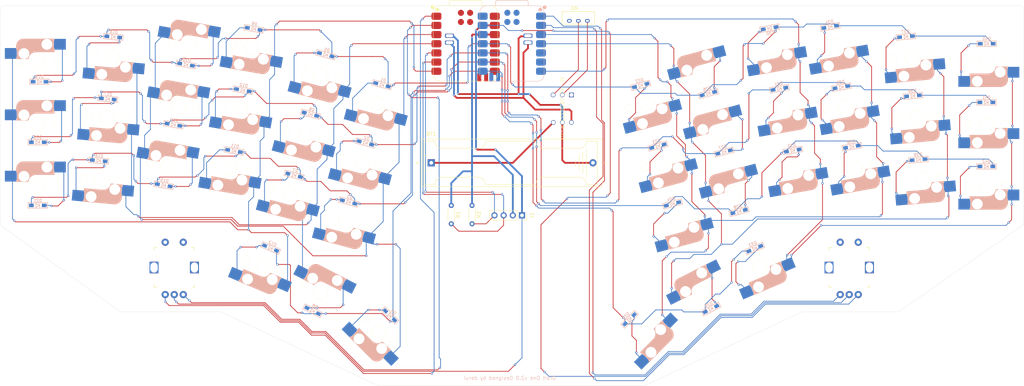
<source format=kicad_pcb>
(kicad_pcb (version 20241229) (generator "pcbnew") (generator_version "9.0")
  (layers (0 "F.Cu" jumper) (2 "B.Cu" signal) (13 "F.Paste" user) (15 "B.Paste" user) (5 "F.SilkS" user "F.Silkscreen") (7 "B.SilkS" user "B.Silkscreen") (1 "F.Mask" user) (3 "B.Mask" user) (25 "Edge.Cuts" user))
  (net 0 "")
  (net 1 "BAT+")
  (net 2 "Net-(BT1-+)")
  (net 3 "Net-(AE-XCL102D333CR-G1-EN)")
  (net 5 "BAT-")
  (net 6 "Net-(D1-A)")
  (net 7 "Net-(D2-A)")
  (net 8 "Net-(D3-A)")
  (net 9 "Net-(D4-A)")
  (net 10 "Net-(D5-A)")
  (net 11 "Net-(D6-A)")
  (net 12 "Net-(D7-A)")
  (net 13 "Net-(D8-A)")
  (net 14 "Net-(D9-A)")
  (net 15 "Net-(D10-A)")
  (net 16 "Net-(D11-A)")
  (net 17 "Net-(D12-A)")
  (net 27 "Net-(D22-K)")
  (net 28 "Net-(D23-K)")
  (net 29 "Net-(D24-K)")
  (net 30 "Net-(D25-K)")
  (net 31 "Net-(D26-K)")
  (net 32 "Net-(D27-K)")
  (net 33 "Net-(D28-K)")
  (net 34 "Net-(D29-K)")
  (net 35 "Net-(D30-K)")
  (net 36 "Net-(D31-K)")
  (net 37 "Net-(D32-K)")
  (net 38 "Net-(D33-K)")
  (net 47 "SCL")
  (net 48 "SDA")
  (net 49 "VCC")
  (net 50 "ROW1L")
  (net 51 "ROW2L")
  (net 52 "ROW3L")
  (net 53 "ROW4L")
  (net 54 "Net-(D13-K)")
  (net 55 "RE1B")
  (net 56 "RE1A")
  (net 57 "Net-(D14-K)")
  (net 58 "RE2A")
  (net 59 "RE2B")
  (net 60 "Net-(D15-K)")
  (net 61 "Net-(D16-K)")
  (net 62 "Net-(D17-K)")
  (net 63 "Net-(D18-K)")
  (net 64 "Net-(D19-K)")
  (net 65 "Net-(SW47-B)")
  (net 67 "Net-(D20-K)")
  (net 68 "Net-(D21-K)")
  (net 69 "ROW1R")
  (net 70 "ROW2R")
  (net 71 "ROW3R")
  (net 72 "ROW4R")
  (net 73 "Net-(D34-A)")
  (net 74 "Net-(D35-A)")
  (net 75 "Net-(D36-A)")
  (net 76 "Net-(D37-A)")
  (net 77 "Net-(D38-A)")
  (net 78 "Net-(D39-A)")
  (net 79 "Net-(D40-A)")
  (net 80 "Net-(D41-A)")
  (net 81 "Net-(D42-A)")
  (net 82 "COL1L")
  (net 83 "COL2L")
  (net 84 "COL3L")
  (net 85 "COL1R")
  (net 86 "COL2R")
  (net 87 "COL3R")
  (net 92 "GNDL")
  (net 93 "GNDR")
  (footprint "kbd_Parts:Diode_SMD" (layer "F.Cu") (at 193.034269 88.635332 -165)
    (property "Reference" "D24")
    (property "Value" "D" (hide yes))
  )
  (footprint "kicad-lib:CherryMX-HotSwap-1u_17" (layer "F.Cu") (at 36.402092 64.802064 175)
    (property "Reference" "SW17" (hide yes))
    (property "Value" "SW_Push" (hide yes))
  )
  (footprint "kbd_Parts:Diode_SMD" (layer "F.Cu") (at 112.548319 55.63752 165)
    (property "Reference" "D1")
    (property "Value" "D" (hide yes))
  )
  (footprint "kbd_Parts:Diode_SMD" (layer "F.Cu") (at 92.734999 63.785002 165)
    (property "Reference" "D6")
    (property "Value" "D" (hide yes))
  )
  (footprint "kicad-lib:CherryMX-HotSwap-1u_17" (layer "F.Cu") (at 194.63455 93.641738 -165)
    (property "Reference" "SW24" (hide yes))
    (property "Value" "SW_Push" (hide yes))
  )
  (footprint "Resistor_THT:R_Axial_DIN0204_L3.6mm_D1.6mm_P5.08mm_Horizontal" (layer "F.Cu") (at 131.75 89.06 -90)
    (property "Reference" "R1")
    (property "Value" "R_470k")
  )
  (footprint "kbd_Parts:Diode_SMD" (layer "F.Cu") (at 17.2 71.55 180)
    (property "Reference" "D20")
    (property "Value" "D" (hide yes))
  )
  (footprint "kicad-lib:CherryMX-HotSwap-1u_17" (layer "F.Cu") (at 240.796445 61.702374 -170)
    (property "Reference" "SW35" (hide yes))
    (property "Value" "SW_Push" (hide yes))
  )
  (footprint "kbd_Parts:Diode_SMD" (layer "F.Cu") (at 215.841578 101.021281 -157)
    (property "Reference" "D33")
    (property "Value" "D" (hide yes))
  )
  (footprint "kbd_Parts:Diode_SMD" (layer "F.Cu") (at 38.114049 42.365896 175)
    (property "Reference" "D16")
    (property "Value" "D" (hide yes))
  )
  (footprint "kicad-lib:CherryMX-HotSwap-1u_17" (layer "F.Cu") (at 262.182694 81.809278 -175)
    (property "Reference" "SW39" (hide yes))
    (property "Value" "SW_Push" (hide yes))
  )
  (footprint "kicad-lib:CherryMX-HotSwap-1u_17" (layer "F.Cu") (at 220.659892 45.401401 -170)
    (property "Reference" "SW30" (hide yes))
    (property "Value" "SW_Push" (hide yes))
  )
  (footprint "kicad-lib:CherryMX-HotSwap-1u_17" (layer "F.Cu") (at 59.159752 44.912889 -10)
    (property "Reference" "SW13" (hide yes))
    (property "Value" "SW_Push" (hide yes))
  )
  (footprint "kicad-lib:CherryMX-HotSwap-1u_17" (layer "F.Cu") (at 79.629636 105.741602 157)
    (property "Reference" "SW12" (hide yes))
    (property "Value" "SW_Push" (hide yes))
  )
  (footprint "kbd_Parts:Diode_SMD" (layer "F.Cu") (at 93.345321 118.240328 153)
    (property "Reference" "D8")
    (property "Value" "D" (hide yes))
  )
  (footprint "xiao:XIAO-nRF52840-SMD" (layer "F.Cu") (at 135.75 44.26)
    (property "Reference" "U1" (hide yes))
    (property "Value" "XIAO-nRF52840-SMD")
  )
  (footprint "kbd_Parts:Diode_SMD" (layer "F.Cu") (at 107.947469 71.745603 165)
    (property "Reference" "D2")
    (property "Value" "D" (hide yes))
  )
  (footprint "kbd_Parts:Diode_SMD" (layer "F.Cu") (at 81.693977 100.87832 157)
    (property "Reference" "D12")
    (property "Value" "D" (hide yes))
  )
  (footprint "kicad-lib:CherryMX-HotSwap-1u_17" (layer "F.Cu") (at 243.748464 78.444105 -170)
    (property "Reference" "SW36" (hide yes))
    (property "Value" "SW_Push" (hide yes))
  )
  (footprint "kicad-lib:CherryMX-HotSwap-1u_17" (layer "F.Cu") (at 259.219399 47.938658 -175)
    (property "Reference" "SW37" (hide yes))
    (property "Value" "SW_Push" (hide yes))
  )
  (footprint "kicad-lib:CherryMX-HotSwap-1u_17" (layer "F.Cu") (at 86.828443 85.828565 165)
    (property "Reference" "SW7" (hide yes))
    (property "Value" "SW_Push" (hide yes))
  )
  (footprint "kbd_Parts:Diode_SMD" (layer "F.Cu") (at 52.081921 83.469599 170)
    (property "Reference" "D15")
    (property "Value" "D" (hide yes))
  )
  (footprint "kbd_Parts:Diode_SMD" (layer "F.Cu") (at 74.014306 57.127929 170)
    (property "Reference" "D10")
    (property "Value" "D" (hide yes))
  )
  (footprint "kbd_Parts:Diode_SMD" (layer "F.Cu") (at 280.1 44.25 180)
    (property "Reference" "D40")
    (property "Value" "D" (hide yes))
  )
  (footprint "kicad-lib:CherryMX-HotSwap-1u_17" (layer "F.Cu") (at 280 66.55 180)
    (property "Reference" "SW41" (hide yes))
    (property "Value" "SW_Push" (hide yes))
  )
  (footprint "kicad-lib:CherryMX-HotSwap-1u_17" (layer "F.Cu") (at 111.184037 60.729085 165)
    (property "Reference" "SW1" (hide yes))
    (property "Value" "SW_Push" (hide yes))
  )
  (footprint "kicad-lib:CherryMX-HotSwap-1u_17" (layer "F.Cu") (at 73.392267 62.09538 170)
    (property "Reference" "SW10" (hide yes))
    (property "Value" "SW_Push" (hide yes))
  )
  (footprint "kbd_Parts:Diode_SMD" (layer "F.Cu") (at 77.009737 40.139995 170)
    (property "Reference" "D9")
    (property "Value" "D" (hide yes))
  )
  (footprint "kicad-lib:CherryMX-HotSwap-1u_17" (layer "F.Cu") (at 185.242242 124.358398 -135)
    (property "Reference" "SW25" (hide yes))
    (property "Value" "SW_Push" (hide yes))
  )
  (footprint "kbd_Parts:Diode_SMD" (layer "F.Cu") (at 222.656846 56.72669 -170)
    (property "Reference" "D31")
    (property "Value" "D" (hide yes))
  )
  (footprint "kicad-lib:CherryMX-HotSwap-1u_17" (layer "F.Cu") (at 102.38419 93.570563 165)
    (property "Reference" "SW3" (hide yes))
    (property "Value" "SW_Push" (hide yes))
  )
  (footprint "kbd_Parts:Diode_SMD" (layer "F.Cu") (at 189.005236 72.632851 -165)
    (property "Reference" "D23")
    (property "Value" "D" (hide yes))
  )
  (footprint "kicad-lib:CherryMX-HotSwap-1u_17" (layer "F.Cu") (at 17.2 83.55)
    (property "Reference" "SW21" (hide yes))
    (property "Value" "SW_Push" (hide yes))
  )
  (footprint "kicad-lib:CherryMX-HotSwap-1u_17" (layer "F.Cu") (at 106.784115 77.149824 165)
    (property "Reference" "SW2" (hide yes))
    (property "Value" "SW_Push" (hide yes))
  )
  (footprint "kicad-lib:CherryMX-HotSwap-1u_17" (layer "F.Cu") (at 210.190297 85.89974 15)
    (property "Reference" "SW28" (hide yes))
    (property "Value" "SW_Push" (hide yes))
  )
  (footprint "kbd_Parts:Diode_SMD" (layer "F.Cu") (at 219.951028 39.941546 10)
    (property "Reference" "D30")
    (property "Value" "D" (hide yes))
  )
  (footprint "kbd_Parts:Diode_SMD" (layer "F.Cu") (at 103.306065 88.101637 165)
    (property "Reference" "D3")
    (property "Value" "D" (hide yes))
  )
  (footprint "kbd_Parts:Diode_SMD" (layer "F.Cu") (at 261.20524 76.373785 -175)
    (property "Reference" "D39")
    (property "Value" "D" (hide yes))
  )
  (footprint "kicad-lib:CherryMX-HotSwap-1u_17" (layer "F.Cu") (at 226.56393 78.884865 -170)
    (property "Reference" "SW32" (hide yes))
    (property "Value" "SW_Push" (hide yes))
  )
  (footprint "kbd_Parts:RotaryEncoder_EC12E" (layer "F.Cu") (at 55 106.25 90)
    (property "Reference" "SW45")
    (property "Value" "RotaryEncoder_Switch")
  )
  (footprint "kbd_Parts:TGSW_MSK-12D19" (layer "F.Cu") (at 166.96 36.85)
    (property "Reference" "SW47")
    (property "Value" "SW_SPDT" (hide yes))
  )
  (footprint "kbd_Parts:Diode_SMD" (layer "F.Cu") (at 71.554691 73.956485 170)
    (property "Reference" "D11")
    (property "Value" "D" (hide yes))
  )
  (footprint "kicad-lib:CherryMX-HotSwap-1u_17" (layer "F.Cu") (at 70.440248 78.837111 170)
    (property "Reference" "SW11" (hide yes))
    (property "Value" "SW_Push" (hide yes))
  )
  (footprint "kicad-lib:CherryMX-HotSwap-1u_17" (layer "F.Cu") (at 17.2 49.55)
    (property "Reference" "SW19" (hide yes))
    (property "Value" "SW_Push" (hide yes))
  )
  (footprint "kicad-lib:CherryMX-HotSwap-1u_17" (layer "F.Cu") (at 91.228367 69.407826 165)
    (property "Reference" "SW6" (hide yes))
    (property "Value" "SW_Push" (hide yes))
  )
  (footprint "kbd_Parts:Diode_SMD" (layer "F.Cu") (at 236.721944 39.573719 -170)
    (property "Reference" "D34")
    (property "Value" "D" (hide yes))
  )
  (footprint "kbd_Parts:Diode_SMD" (layer "F.Cu") (at 54.787738 66.684455 170)
    (property "Reference" "D14")
    (property "Value" "D" (hide yes))
  )
  (footprint "kbd_Parts:Diode_SMD" (layer "F.Cu") (at 242.725367 72.785802 -170)
    (property "Reference" "D36")
    (property "Value" "D" (hide yes))
  )
  (footprint "kicad-lib:CherryMX-HotSwap-1u_17" (layer "F.Cu") (at 95.628292 52.987087 165)
    (property "Reference" "SW5" (hide yes))
    (property "Value" "SW_Push" (hide yes))
  )
  (footprint "kbd_Parts:RotaryEncoder_EC12E" (layer "F.Cu") (at 242 106.25 90)
    (property "Reference" "SW46")
    (property "Value" "RotaryEncoder_Switch")
  )
  (footprint "kicad-lib:CherryMX-HotSwap-1u_17" (layer "F.Cu") (at 237.844426 44.960642 -170)
    (property "Reference" "SW34" (hide yes))
    (property "Value" "SW_Push" (hide yes))
  )
  (footprint "kicad-lib:CherryMX-HotSwap-1u_17" (layer "F.Cu") (at 34.920446 81.737374 175)
    (property "Reference" "SW18" (hide yes))
    (property "Value" "SW_Push" (hide yes))
  )
  (footprint "kicad-lib:CherryMX-HotSwap-1u_17" (layer "F.Cu") (at 17.2 66.55)
    (property "Reference" "SW20" (hide yes))
    (property "Value" "SW_Push" (hide yes))
  )
  (footprint "kbd_Parts:Diode_SMD" (layer "F.Cu") (at 202.990731 58.064668 -165)
    (property "Reference" "D26")
    (property "Value" "D" (hide yes))
  )
  (footprint "kicad-lib:AE-XCL102D333CR-G" (layer "F.Cu") (at 162.5 62.25 -90)
    (property "Reference" "AE-XCL102D333CR-G1")
    (property "Value" "~")
  )
  (footprint "kbd_Parts:Diode_SMD" (layer "F.Cu") (at 239.81676 56.290272 -170)
    (property "Reference" "D35")
    (property "Value" "D" (hide yes))
  )
  (footprint "kbd_Parts:Diode_SMD" (layer "F.Cu") (at 211.484392 90.729369 -165)
    (property "Reference" "D28")
    (property "Value" "D" (hide yes))
  )
  (footprint "kicad-lib:CherryMX-HotSwap-1u_17" (layer "F.Cu") (at 201.39045 53.058262 15)
    (property "Reference" "SW26" (hide yes))
    (property "Value" "SW_Push" (hide yes))
  )
  (footprint "kicad-lib:CherryMX-HotSwap-1u_17" (layer "F.Cu") (at 223.611911 62.143133 -170)
    (property "Reference" "SW31" (hide yes))
    (property "Value" "SW_Push" (hide yes))
  )
  (footprint "kbd_Parts:Diode_SMD" (layer "F.Cu") (at 280 78.25 180)
    (property "Reference" "D42")
    (property "Value" "D" (hide yes))
  )
  (footprint "Connector_PinSocket_2.54mm:PinSocket_1x04_P2.54mm_Vertical" (layer "F.Cu") (at 151.34 91.8 -90)
    (property "Reference" "J1")
    (property "Value" "Conn_01x04")
  )
  (footprint "kicad-lib:CherryMX-HotSwap-1u_17" (layer "F.Cu") (at 260.701046 64.873968 -175)
    (property "Reference" "SW38" (hide yes))
    (property "Value" "SW_Push" (hide yes))
  )
  (footprint "kbd_Parts:Diode_SMD" (layer "F.Cu") (at 36.585708 59.548074 175)
    (property "Reference" "D17")
    (property "Value" "D" (hide yes))
  )
  (footprint "kbd_Parts:Diode_SMD" (layer "F.Cu") (at 280 60.5 180)
    (property "Reference" "D41")
    (property "Value" "D" (hide yes))
  )
  (footprint "kbd_Parts:Diode_SMD" (layer "F.Cu") (at 17.675 54.8 180)
    (property "Reference" "D19")
    (property "Value" "D" (hide yes))
  )
  (footprint "kicad-lib:CherryMX-HotSwap-1u_17" (layer "F.Cu") (at 185.834703 60.80026 -165)
    (property "Reference" "SW22" (hide yes))
    (property "Value" "SW_Push" (hide yes))
  )
  (footprint "kicad-lib:CherryMX-HotSwap-1u_17" (layer "F.Cu") (at 201.217017 113.444056 27)
    (property "Reference" "SW29" (hide yes))
    (property "Value" "SW_Push" (hide yes))
  )
  (footprint "kbd_Parts:Diode_SMD" (layer "F.Cu") (at 17.2 89.05 180)
    (property "Reference" "D21")
    (property "Value" "D" (hide yes))
  )
  (footprint "kicad-lib:CherryMX-HotSwap-1u_17" (layer "F.Cu") (at 111.579185 124.170287 135)
    (property "Reference" "SW4" (hide yes))
    (property "Value" "SW_Push" (hide yes))
  )
  (footprint "Resistor_THT:R_Axial_DIN0204_L3.6mm_D1.6mm_P5.08mm_Horizontal" (layer "F.Cu") (at 137.5 89.06 -90)
    (property "Reference" "R2")
    (property "Value" "R_470k")
  )
  (footprint "kicad-lib:CherryMX-HotSwap-1u_17" (layer "F.Cu") (at 37.88374 47.866754 175)
    (property "Reference" "SW16" (hide yes))
    (property "Value" "SW_Push" (hide yes))
  )
  (footprint "kicad-lib:CherryMX-HotSwap-1u_17" (layer "F.Cu") (at 53.255714 78.396352 -10)
    (property "Reference" "SW15" (hide yes))
    (property "Value" "SW_Push" (hide yes))
  )
  (footprint "kicad-lib:CherryMX-HotSwap-1u_17" (layer "F.Cu") (at 280 83.55 180)
    (property "Reference" "SW42" (hide yes))
    (property "Value" "SW_Push" (hide yes))
  )
  (footprint "kbd_Parts:Diode_SMD" (layer "F.Cu") (at 34.086075 76.645277 175)
    (property "Reference" "D18")
    (property "Value" "D" (hide yes))
  )
  (footprint "kbd_Parts:Diode_SMD" (layer "F.Cu") (at 181.143988 120.613698 -135)
    (property "Reference" "D25")
    (property "Value" "D" (hide yes))
  )
  (footprint "kicad-lib:CherryMX-HotSwap-1u_17" (layer "F.Cu") (at 95.604411 113.255944 -27)
    (property "Reference" "SW8" (hide yes))
    (property "Value" "SW_Push" (hide yes))
  )
  (footprint "kbd_Parts:Diode_SMD" (layer "F.Cu") (at 58.256781 50.033889 170)
    (property "Reference" "D13")
    (property "Value" "D" (hide yes))
  )
  (footprint "kicad-lib:CherryMX-HotSwap-1u_17" (layer "F.Cu") (at 205.790373 69.479001 15)
    (property "Reference" "SW27" (hide yes))
    (property "Value" "SW_Push" (hide yes))
  )
  (footprint "kbd_Parts:Diode_SMD" (layer "F.Cu") (at 88.205665 80.688704 165)
    (property "Reference" "D7")
    (property "Value" "D" (hide yes))
  )
  (footprint "kbd_Parts:Diode_SMD" (layer "F.Cu") (at 207.32595 74.243926 -165)
    (property "Reference" "D27")
    (property "Value" "D" (hide yes))
  )
  (footprint "kicad-lib:CherryMX-HotSwap-1u_17" (layer "F.Cu") (at 280 49.55 180)
    (property "Reference" "SW40" (hide yes))
    (property "Value" "SW_Push" (hide yes))
  )
  (footprint "kbd_Parts:Battery_AAA" (layer "F.Cu") (at 126.2 77.25)
    (property "Reference" "BT1")
    (property "Value" "Battery_Cell")
  )
  (footprint "kbd_Parts:Diode_SMD" (layer "F.Cu") (at 96.951396 47.315088 165)
    (property "Reference" "D5")
    (property "Value" "D" (hide yes))
  )
  (footprint "kicad-lib:CherryMX-HotSwap-1u_17" (layer "F.Cu") (at 190.234627 77.220999 -165)
    (property "Reference" "SW23" (hide yes))
    (property "Value" "SW_Push" (hide yes))
  )
  (footprint "kicad-lib:CherryMX-HotSwap-1u_17" (layer "F.Cu") (at 76.344286 45.353648 170)
    (property "Reference" "SW9" (hide yes))
    (property "Value" "SW_Push" (hide yes))
  )
  (footprint "kbd_Parts:Diode_SMD" (layer "F.Cu") (at 257.722059 42.297694 -175)
    (property "Reference" "D37")
    (property "Value" "D" (hide yes))
  )
  (footprint "kicad-lib:CherryMX-HotSwap-1u_17" (layer "F.Cu") (at 217.191791 105.929713 -157)
    (property "Reference" "SW33" (hide yes))
    (property "Value" "SW_Push" (hide yes))
  )
  (footprint "kbd_Parts:Diode_SMD" (layer "F.Cu") (at 114.767018 119.532885 135)
    (property "Reference" "D4")
    (property "Value" "D" (hide yes))
  )
  (footprint "kbd_Parts:Diode_SMD" (layer "F.Cu") (at 184.234421 55.793854 -165)
    (property "Reference" "D22")
    (property "Value" "D" (hide yes))
  )
  (footprint "kicad-lib:CherryMX-HotSwap-1u_17" (layer "F.Cu") (at 56.207733 61.65462 -10)
    (property "Reference" "SW14" (hide yes))
    (property "Value" "SW_Push" (hide yes))
  )
  (footprint "kbd_Parts:Diode_SMD" (layer "F.Cu") (at 259.658226 58.691329 -175)
    (property "Reference" "D38")
    (property "Value" "D" (hide yes))
  )
  (footprint "kbd_Parts:Diode_SMD" (layer "F.Cu") (at 226.360434 73.843613 -170)
    (property "Reference" "D32")
    (property "Value" "D" (hide yes))
  )
  (footprint "kbd_Parts:Diode_SMD" (layer "F.Cu") (at 203.688925 117.744777 -153)
    (property "Reference" "D29")
    (property "Value" "D" (hide yes))
  )
  (footprint "xiao:XIAO-nRF52840-SMD" (layer "B.Cu") (at 148.5 44.25 180)
    (property "Reference" "U4" (hide yes))
    (property "Value" "XIAO-nRF52840-SMD")
  )
  (gr_arc (start 67.651753 118.5) (mid 67.869635 118.524024) (end 68.07705 118.594946) (stroke (width 0.05)) (layer "Edge.Cuts"))
  (gr_arc (start 185.451632 138.905521) (mid 185.244677 138.976094) (end 185.027331 139) (stroke (width 0.05)) (layer "Edge.Cuts"))
  (gr_arc (start 7.16808 94.798794) (mid 6.861812 94.442765) (end 6.751935 93.986176) (stroke (width 0.05)) (layer "Edge.Cuts"))
  (gr_line (start 228.798368 118.594479) (end 185.451632 138.905521) (stroke (width 0.05)) (layer "Edge.Cuts"))
  (gr_arc (start 228.798368 118.594479) (mid 229.005322 118.523899) (end 229.222669 118.5) (stroke (width 0.05)) (layer "Edge.Cuts"))
  (gr_line (start 289.4 33.75) (end 7.796944 33.748488) (stroke (width 0.05)) (layer "Edge.Cuts"))
  (gr_arc (start 6.796939 34.747728) (mid 7.090109 34.041132) (end 7.796944 33.748488) (stroke (width 0.05)) (layer "Edge.Cuts"))
  (gr_line (start 111.29795 138.905054) (end 68.07705 118.594946) (stroke (width 0.05)) (layer "Edge.Cuts"))
  (gr_arc (start 256.008214 118.319287) (mid 255.735427 118.45376) (end 255.434831 118.5) (stroke (width 0.05)) (layer "Edge.Cuts"))
  (gr_line (start 290.4 34.75) (end 290.4 93.738237) (stroke (width 0.05)) (layer "Edge.Cuts"))
  (gr_line (start 185.027331 139) (end 111.723247 139) (stroke (width 0.05)) (layer "Edge.Cuts"))
  (gr_line (start 7.16808 94.798794) (end 39.863386 118.311858) (stroke (width 0.05)) (layer "Edge.Cuts"))
  (gr_arc (start 111.723247 139) (mid 111.505361 138.975985) (end 111.29795 138.905054) (stroke (width 0.05)) (layer "Edge.Cuts"))
  (gr_arc (start 290.4 93.738237) (mid 290.286902 94.200158) (end 289.973238 94.557626) (stroke (width 0.05)) (layer "Edge.Cuts"))
  (gr_arc (start 40.44724 118.5) (mid 40.140525 118.451814) (end 39.863386 118.311858) (stroke (width 0.05)) (layer "Edge.Cuts"))
  (gr_line (start 255.434831 118.5) (end 229.222669 118.5) (stroke (width 0.05)) (layer "Edge.Cuts"))
  (gr_line (start 6.796939 34.747728) (end 6.751935 93.986176) (stroke (width 0.05)) (layer "Edge.Cuts"))
  (gr_arc (start 289.4 33.75) (mid 290.107107 34.042893) (end 290.4 34.75) (stroke (width 0.05)) (layer "Edge.Cuts"))
  (gr_line (start 67.651753 118.5) (end 40.44724 118.5) (stroke (width 0.05)) (layer "Edge.Cuts"))
  (gr_line (start 256.008214 118.319287) (end 289.973238 94.557626) (stroke (width 0.05)) (layer "Edge.Cuts"))
  (gr_text "ON" (at 164.75 35 0) (layer "F.SilkS") (effects (font (size 1 1)) (justify left bottom)))
  (gr_text "Orbit One v2.0 Designed by derui" (at 160.8 137.45 0) (layer "B.SilkS") (effects (font (size 1 1) (thickness 0.1)) (justify left bottom mirror)))
  (segment (start 164.5 62.5) (end 155 62.5) (width 0.5) (layer "F.Cu") (net 1))
  (segment (start 151.75 59.25) (end 133.25 59.25) (width 0.5) (layer "F.Cu") (net 1))
  (segment (start 153 45.5) (end 153 43.9365) (width 0.5) (layer "F.Cu") (net 1))
  (segment (start 151.75 46.75) (end 153 45.5) (width 0.5) (layer "F.Cu") (net 1))
  (segment (start 151.75 59.25) (end 151.75 46.75) (width 0.5) (layer "F.Cu") (net 1))
  (segment (start 165.04 66.06) (end 165.04 63.04) (width 0.5) (layer "F.Cu") (net 1))
  (segment (start 165.04 63.04) (end 164.5 62.5) (width 0.5) (layer "F.Cu") (net 1))
  (segment (start 133.25 59.25) (end 132.5 58.5) (width 0.5) (layer "F.Cu") (net 1))
  (segment (start 155 62.5) (end 151.75 59.25) (width 0.5) (layer "F.Cu") (net 1))
  (via (at 132.5 58.5) (size 0.6) (drill 0.3) (layers "F.Cu" "B.Cu") (net 1))
  (segment (start 132.5 45.1865) (end 131.25 43.9365) (width 0.5) (layer "B.Cu") (net 1))
  (segment (start 132.5 58.5) (end 132.5 45.1865) (width 0.5) (layer "B.Cu") (net 1))
  (segment (start 148.81 77.25) (end 160 66.06) (width 0.5) (layer "F.Cu") (net 2))
  (segment (start 126.2 77.25) (end 148.81 77.25) (width 0.5) (layer "F.Cu") (net 2))
  (segment (start 169.46 51.48) (end 169.46 37.9) (width 0.2) (layer "F.Cu") (net 3))
  (segment (start 162.5 58.44) (end 169.46 51.48) (width 0.2) (layer "F.Cu") (net 3))
  (segment (start 151 42.2) (end 152.8315 42.2) (width 0.5) (layer "F.Cu") (net 5))
  (segment (start 152.8315 42.2) (end 153 42.0315) (width 0.5) (layer "F.Cu") (net 5))
  (segment (start 150.4 58.2) (end 150.4 42.8) (width 0.5) (layer "F.Cu") (net 5))
  (segment (start 171 77.25) (end 163.25 77.25) (width 0.5) (layer "F.Cu") (net 5))
  (segment (start 133.8 58.2) (end 133.6 58) (width 0.5) (layer "F.Cu") (net 5))
  (segment (start 150.4 58.2) (end 133.8 58.2) (width 0.5) (layer "F.Cu") (net 5))
  (segment (start 150.4 42.8) (end 151 42.2) (width 0.5) (layer "F.Cu") (net 5))
  (segment (start 162 61.2) (end 156.4 61.2) (width 0.5) (layer "F.Cu") (net 5))
  (segment (start 156.4 61.2) (end 153.4 58.2) (width 0.5) (layer "F.Cu") (net 5))
  (segment (start 163.25 77.25) (end 162.5 76.5) (width 0.5) (layer "F.Cu") (net 5))
  (segment (start 162.5 76.5) (end 162.5 66.06) (width 0.5) (layer "F.Cu") (net 5))
  (via (at 153.4 58.2) (size 0.6) (drill 0.3) (layers "F.Cu" "B.Cu") (net 5))
  (via (at 162 61.2) (size 0.6) (drill 0.3) (layers "F.Cu" "B.Cu") (net 5))
  (via (at 133.6 58) (size 0.6) (drill 0.3) (layers "F.Cu" "B.Cu") (net 5))
  (via (at 150.4 58.2) (size 0.6) (drill 0.3) (layers "F.Cu" "B.Cu") (net 5))
  (segment (start 162.5 66.06) (end 162.5 61.7) (width 0.5) (layer "B.Cu") (net 5))
  (segment (start 132.2 42) (end 131.2815 42) (width 0.5) (layer "B.Cu") (net 5))
  (segment (start 133.6 58) (end 133.6 43.4) (width 0.5) (layer "B.Cu") (net 5))
  (segment (start 153.4 58.2) (end 150.4 58.2) (width 0.5) (layer "B.Cu") (net 5))
  (segment (start 162.5 61.7) (end 162 61.2) (width 0.5) (layer "B.Cu") (net 5))
  (segment (start 131.2815 42) (end 131.25 42.0315) (width 0.5) (layer "B.Cu") (net 5))
  (segment (start 133.6 43.4) (end 132.2 42) (width 0.5) (layer "B.Cu") (net 5))
  (segment (start 108.621884 55.178116) (end 110.833801 55.178116) (width 0.2) (layer "B.Cu") (net 6))
  (segment (start 104.4 64.200759) (end 104.4 59.4) (width 0.2) (layer "B.Cu") (net 6))
  (segment (start 104.4 59.4) (end 108.621884 55.178116) (width 0.2) (layer "B.Cu") (net 6))
  (segment (start 104.370784 64.229975) (end 104.4 64.200759) (width 0.2) (layer "B.Cu") (net 6))
  (segment (start 104.8 71.2) (end 101.8 71.2) (width 0.2) (layer "F.Cu") (net 7))
  (segment (start 101.8 71.2) (end 101.4 71.6) (width 0.2) (layer "F.Cu") (net 7))
  (via (at 101.4 71.6) (size 0.6) (drill 0.3) (layers "F.Cu" "B.Cu") (net 7))
  (via (at 104.8 71.2) (size 0.6) (drill 0.3) (layers "F.Cu" "B.Cu") (net 7))
  (segment (start 101 73.8) (end 99.970862 74.829138) (width 0.2) (layer "B.Cu") (net 7))
  (segment (start 104.8 71.2) (end 106.146752 71.2) (width 0.2) (layer "B.Cu") (net 7))
  (segment (start 101.4 71.6) (end 101 72) (width 0.2) (layer "B.Cu") (net 7))
  (segment (start 106.146752 71.2) (end 106.232951 71.286199) (width 0.2) (layer "B.Cu") (net 7))
  (segment (start 99.970862 74.829138) (end 99.970862 80.650714) (width 0.2) (layer "B.Cu") (net 7))
  (segment (start 101 72) (end 101 73.8) (width 0.2) (layer "B.Cu") (net 7))
  (segment (start 98.4 87.4) (end 100 87.4) (width 0.2) (layer "F.Cu") (net 8))
  (via (at 100 87.4) (size 0.6) (drill 0.3) (layers "F.Cu" "B.Cu") (net 8))
  (via (at 98.4 87.4) (size 0.6) (drill 0.3) (layers "F.Cu" "B.Cu") (net 8))
  (segment (start 95.570937 91.429063) (end 95.6 91.4) (width 0.2) (layer "B.Cu") (net 8))
  (segment (start 95.570937 97.071453) (end 95.570937 91.429063) (width 0.2) (layer "B.Cu") (net 8))
  (segment (start 100 87.4) (end 101.349314 87.4) (width 0.2) (layer "B.Cu") (net 8))
  (segment (start 96.6 89.6) (end 96.6 89.2) (width 0.2) (layer "B.Cu") (net 8))
  (segment (start 95.6 91.4) (end 96.6 90.4) (width 0.2) (layer "B.Cu") (net 8))
  (segment (start 96.6 89.2) (end 98.4 87.4) (width 0.2) (layer "B.Cu") (net 8))
  (segment (start 96.6 90.4) (end 96.6 89.6) (width 0.2) (layer "B.Cu") (net 8))
  (segment (start 101.349314 87.4) (end 101.591547 87.642233) (width 0.2) (layer "B.Cu") (net 8))
  (segment (start 108.8 118) (end 111.8 118) (width 0.2) (layer "F.Cu") (net 9))
  (via (at 108.8 118) (size 0.6) (drill 0.3) (layers "F.Cu" "B.Cu") (net 9))
  (via (at 111.8 118) (size 0.6) (drill 0.3) (layers "F.Cu" "B.Cu") (net 9))
  (segment (start 113.234133 118) (end 113.511903 118.27777) (width 0.2) (layer "B.Cu") (net 9))
  (segment (start 103.92829 123.79552) (end 103.92829 122.67171) (width 0.2) (layer "B.Cu") (net 9))
  (segment (start 111.8 118) (end 113.234133 118) (width 0.2) (layer "B.Cu") (net 9))
  (segment (start 103.92829 122.67171) (end 108.6 118) (width 0.2) (layer "B.Cu") (net 9))
  (segment (start 108.6 118) (end 108.8 118) (width 0.2) (layer "B.Cu") (net 9))
  (segment (start 88.6 47.2) (end 89 46.8) (width 0.2) (layer "F.Cu") (net 10))
  (segment (start 89 46.8) (end 93.8 46.8) (width 0.2) (layer "F.Cu") (net 10))
  (via (at 93.8 46.8) (size 0.6) (drill 0.3) (layers "F.Cu" "B.Cu") (net 10))
  (via (at 88.6 47.2) (size 0.6) (drill 0.3) (layers "F.Cu" "B.Cu") (net 10))
  (segment (start 93.8 46.8) (end 95.181194 46.8) (width 0.2) (layer "B.Cu") (net 10))
  (segment (start 95.181194 46.8) (end 95.236878 46.855684) (width 0.2) (layer "B.Cu") (net 10))
  (segment (start 88.2 47.6) (end 88.2 55.872938) (width 0.2) (layer "B.Cu") (net 10))
  (segment (start 88.2 55.872938) (end 88.815039 56.487977) (width 0.2) (layer "B.Cu") (net 10))
  (segment (start 88.6 47.2) (end 88.2 47.6) (width 0.2) (layer "B.Cu") (net 10))
  (segment (start 84.6 65.8) (end 85.4 65) (width 0.2) (layer "F.Cu") (net 11))
  (segment (start 85.4 65) (end 90 65) (width 0.2) (layer "F.Cu") (net 11))
  (via (at 84.6 65.8) (size 0.6) (drill 0.3) (layers "F.Cu" "B.Cu") (net 11))
  (via (at 90 65) (size 0.6) (drill 0.3) (layers "F.Cu" "B.Cu") (net 11))
  (segment (start 90.4 65) (end 91 64.4) (width 0.2) (layer "B.Cu") (net 11))
  (segment (start 84.415114 65.984886) (end 84.6 65.8) (width 0.2) (layer "B.Cu") (net 11))
  (segment (start 84.415114 72.908716) (end 84.415114 65.984886) (width 0.2) (layer "B.Cu") (net 11))
  (segment (start 91 64.4) (end 91 63.346079) (width 0.2) (layer "B.Cu") (net 11))
  (segment (start 91 63.346079) (end 91.020481 63.325598) (width 0.2) (layer "B.Cu") (net 11))
  (segment (start 90 65) (end 90.4 65) (width 0.2) (layer "B.Cu") (net 11))
  (segment (start 80.6 82) (end 85 82) (width 0.2) (layer "F.Cu") (net 12))
  (via (at 85 82) (size 0.6) (drill 0.3) (layers "F.Cu" "B.Cu") (net 12))
  (via (at 80.6 82) (size 0.6) (drill 0.3) (layers "F.Cu" "B.Cu") (net 12))
  (segment (start 80.01519 89.329455) (end 80.01519 82.58481) (width 0.2) (layer "B.Cu") (net 12))
  (segment (start 85 82) (end 85.8 82) (width 0.2) (layer "B.Cu") (net 12))
  (segment (start 86.491147 81.308853) (end 86.491147 80.2293) (width 0.2) (layer "B.Cu") (net 12))
  (segment (start 80.01519 82.58481) (end 80.6 82) (width 0.2) (layer "B.Cu") (net 12))
  (segment (start 85.8 82) (end 86.491147 81.308853) (width 0.2) (layer "B.Cu") (net 12))
  (segment (start 94.6 117.4) (end 101 117.4) (width 0.2) (layer "F.Cu") (net 13))
  (segment (start 101 117.4) (end 101.8 116.6) (width 0.2) (layer "F.Cu") (net 13))
  (via (at 94.6 117.4) (size 0.6) (drill 0.3) (layers "F.Cu" "B.Cu") (net 13))
  (via (at 101.8 116.6) (size 0.6) (drill 0.3) (layers "F.Cu" "B.Cu") (net 13))
  (segment (start 101.8 112.444766) (end 102.996654 111.248112) (width 0.2) (layer "B.Cu") (net 13))
  (segment (start 101.8 116.6) (end 101.8 112.444766) (width 0.2) (layer "B.Cu") (net 13))
  (segment (start 91.763784 117.434495) (end 94.565505 117.434495) (width 0.2) (layer "B.Cu") (net 13))
  (segment (start 94.565505 117.434495) (end 94.6 117.4) (width 0.2) (layer "B.Cu") (net 13))
  (segment (start 69.4 48.972948) (end 69.4 43.6) (width 0.2) (layer "B.Cu") (net 14))
  (segment (start 73.168231 39.831769) (end 75.261703 39.831769) (width 0.2) (layer "B.Cu") (net 14))
  (segment (start 69.4 43.6) (end 73.168231 39.831769) (width 0.2) (layer "B.Cu") (net 14))
  (segment (start 69.862082 49.43503) (end 69.4 48.972948) (width 0.2) (layer "B.Cu") (net 14))
  (segment (start 66.8 57.4) (end 67.4 56.8) (width 0.2) (layer "F.Cu") (net 15))
  (segment (start 67.4 56.8) (end 70.6 56.8) (width 0.2) (layer "F.Cu") (net 15))
  (via (at 66.8 57.4) (size 0.6) (drill 0.3) (layers "F.Cu" "B.Cu") (net 15))
  (via (at 70.6 56.8) (size 0.6) (drill 0.3) (layers "F.Cu" "B.Cu") (net 15))
  (segment (start 70.6 56.8) (end 72.246569 56.8) (width 0.2) (layer "B.Cu") (net 15))
  (segment (start 66.910063 66.176762) (end 66.4 65.666699) (width 0.2) (layer "B.Cu") (net 15))
  (segment (start 66.4 57.8) (end 66.8 57.4) (width 0.2) (layer "B.Cu") (net 15))
  (segment (start 72.246569 56.8) (end 72.266272 56.819703) (width 0.2) (layer "B.Cu") (net 15))
  (segment (start 66.4 65.666699) (end 66.4 61.6) (width 0.2) (layer "B.Cu") (net 15))
  (segment (start 66.4 61.6) (end 66.4 57.8) (width 0.2) (layer "B.Cu") (net 15))
  (segment (start 63.958044 77.241956) (end 67.551741 73.648259) (width 0.2) (layer "B.Cu") (net 16))
  (segment (start 67.551741 73.648259) (end 69.806657 73.648259) (width 0.2) (layer "B.Cu") (net 16))
  (segment (start 63.958044 82.918493) (end 63.958044 77.241956) (width 0.2) (layer "B.Cu") (net 16))
  (segment (start 77.8 100.6) (end 73.4 100.6) (width 0.2) (layer "F.Cu") (net 17))
  (via (at 73.4 100.6) (size 0.6) (drill 0.3) (layers "F.Cu" "B.Cu") (net 17))
  (via (at 77.8 100.6) (size 0.6) (drill 0.3) (layers "F.Cu" "B.Cu") (net 17))
  (segment (start 72.395459 108.2602) (end 72.395459 101.604541) (width 0.2) (layer "B.Cu") (net 17))
  (segment (start 77.8 100.6) (end 78 100.6) (width 0.2) (layer "B.Cu") (net 17))
  (segment (start 78 100.6) (end 78.415228 100.184772) (width 0.2) (layer "B.Cu") (net 17))
  (segment (start 78.415228 100.184772) (end 80.060081 100.184772) (width 0.2) (layer "B.Cu") (net 17))
  (segment (start 72.395459 101.604541) (end 73.4 100.6) (width 0.2) (layer "B.Cu") (net 17))
  (segment (start 185.2 56.8) (end 182.8 59.2) (width 0.2) (layer "F.Cu") (net 27))
  (segment (start 182.8 63.4) (end 181 65.2) (width 0.2) (layer "F.Cu") (net 27))
  (segment (start 182.8 59.2) (end 182.8 63.4) (width 0.2) (layer "F.Cu") (net 27))
  (via (at 181 65.2) (size 0.6) (drill 0.3) (layers "F.Cu" "B.Cu") (net 27))
  (via (at 185.2 56.8) (size 0.6) (drill 0.3) (layers "F.Cu" "B.Cu") (net 27))
  (segment (start 185.948939 56.051061) (end 185.2 56.8) (width 0.2) (layer "B.Cu") (net 27))
  (segment (start 181 66.554048) (end 181.684698 67.238746) (width 0.2) (layer "B.Cu") (net 27))
  (segment (start 181 65.2) (end 181 66.554048) (width 0.2) (layer "B.Cu") (net 27))
  (segment (start 185.948939 55.33445) (end 185.948939 56.051061) (width 0.2) (layer "B.Cu") (net 27))
  (segment (start 186.8 80.4) (end 186.8 77) (width 0.2) (layer "F.Cu") (net 28))
  (segment (start 186.8 77) (end 190 73.8) (width 0.2) (layer "F.Cu") (net 28))
  (via (at 186.8 80.4) (size 0.6) (drill 0.3) (layers "F.Cu" "B.Cu") (net 28))
  (via (at 190 73.8) (size 0.6) (drill 0.3) (layers "F.Cu" "B.Cu") (net 28))
  (segment (start 186.084622 83.659485) (end 186.084622 81.115378) (width 0.2) (layer "B.Cu") (net 28))
  (segment (start 190 72.893201) (end 190.719754 72.173447) (width 0.2) (layer "B.Cu") (net 28))
  (segment (start 190 73.8) (end 190 72.893201) (width 0.2) (layer "B.Cu") (net 28))
  (segment (start 186.084622 81.115378) (end 186.8 80.4) (width 0.2) (layer "B.Cu") (net 28))
  (segment (start 187.8 97.6) (end 187.8 94.2) (width 0.2) (layer "F.Cu") (net 29))
  (segment (start 187.8 94.2) (end 190.8 91.2) (width 0.2) (layer "F.Cu") (net 29))
  (via (at 187.8 97.6) (size 0.6) (drill 0.3) (layers "F.Cu" "B.Cu") (net 29))
  (via (at 190.8 91.2) (size 0.6) (drill 0.3) (layers "F.Cu" "B.Cu") (net 29))
  (segment (start 190.8 91.2) (end 191.724715 91.2) (width 0.2) (layer "B.Cu") (net 29))
  (segment (start 191.724715 91.2) (end 194.748787 88.175928) (width 0.2) (layer "B.Cu") (net 29))
  (segment (start 190.484545 100.080224) (end 188.004321 97.6) (width 0.2) (layer "B.Cu") (net 29))
  (segment (start 188.004321 97.6) (end 187.8 97.6) (width 0.2) (layer "B.Cu") (net 29))
  (segment (start 183 129.8) (end 183.036495 129.763505) (width 0.2) (layer "F.Cu") (net 30))
  (segment (start 183.036495 126.436495) (end 181.8 125.2) (width 0.2) (layer "F.Cu") (net 30))
  (segment (start 183.036495 129.763505) (end 183.036495 126.436495) (width 0.2) (layer "F.Cu") (net 30))
  (segment (start 181.8 125.2) (end 181.8 121.2) (width 0.2) (layer "F.Cu") (net 30))
  (via (at 181.8 121.2) (size 0.6) (drill 0.3) (layers "F.Cu" "B.Cu") (net 30))
  (via (at 183 129.8) (size 0.6) (drill 0.3) (layers "F.Cu" "B.Cu") (net 30))
  (segment (start 184.867475 132.009293) (end 183 130.141818) (width 0.2) (layer "B.Cu") (net 30))
  (segment (start 183 130.141818) (end 183 129.8) (width 0.2) (layer "B.Cu") (net 30))
  (segment (start 182.399103 120.600897) (end 182.399103 119.358583) (width 0.2) (layer "B.Cu") (net 30))
  (segment (start 181.8 121.2) (end 182.399103 120.600897) (width 0.2) (layer "B.Cu") (net 30))
  (segment (start 204.6 56.4) (end 204.6 50.6) (width 0.2) (layer "F.Cu") (net 31))
  (segment (start 204.6 50.6) (end 206.2 49) (width 0.2) (layer "F.Cu") (net 31))
  (via (at 204.6 56.4) (size 0.6) (drill 0.3) (layers "F.Cu" "B.Cu") (net 31))
  (via (at 206.2 49) (size 0.6) (drill 0.3) (layers "F.Cu" "B.Cu") (net 31))
  (segment (start 206.2 49) (end 206.2 47.279321) (width 0.2) (layer "B.Cu") (net 31))
  (segment (start 204.705249 56.505249) (end 204.6 56.4) (width 0.2) (layer "B.Cu") (net 31))
  (segment (start 206.2 47.279321) (end 205.540455 46.619776) (width 0.2) (layer "B.Cu") (net 31))
  (segment (start 204.705249 57.605264) (end 204.705249 56.505249) (width 0.2) (layer "B.Cu") (net 31))
  (segment (start 212.4 73.4) (end 212.4 65.2) (width 0.2) (layer "F.Cu") (net 32))
  (via (at 212.4 73.4) (size 0.6) (drill 0.3) (layers "F.Cu" "B.Cu") (net 32))
  (via (at 212.4 65.2) (size 0.6) (drill 0.3) (layers "F.Cu" "B.Cu") (net 32))
  (segment (start 212.099863 65.2) (end 209.940378 63.040515) (width 0.2) (layer "B.Cu") (net 32))
  (segment (start 209.040468 73.784522) (end 212.015478 73.784522) (width 0.2) (layer "B.Cu") (net 32))
  (segment (start 212.4 65.2) (end 212.099863 65.2) (width 0.2) (layer "B.Cu") (net 32))
  (segment (start 212.015478 73.784522) (end 212.4 73.4) (width 0.2) (layer "B.Cu") (net 32))
  (segment (start 213.2 83) (end 213.2 88.8) (width 0.2) (layer "F.Cu") (net 33))
  (segment (start 214.1 82.1) (end 213.2 83) (width 0.2) (layer "F.Cu") (net 33))
  (via (at 213.2 88.8) (size 0.6) (drill 0.3) (layers "F.Cu" "B.Cu") (net 33))
  (via (at 214.1 82.1) (size 0.6) (drill 0.3) (layers "F.Cu" "B.Cu") (net 33))
  (segment (start 213.19891 90.269965) (end 213.19891 88.80109) (width 0.2) (layer "B.Cu") (net 33))
  (segment (start 215 80.120952) (end 214.340302 79.461254) (width 0.2) (layer "B.Cu") (net 33))
  (segment (start 215 81.2) (end 215 80.120952) (width 0.2) (layer "B.Cu") (net 33))
  (segment (start 214.1 82.1) (end 215 81.2) (width 0.2) (layer "B.Cu") (net 33))
  (segment (start 213.19891 88.80109) (end 213.2 88.8) (width 0.2) (layer "B.Cu") (net 33))
  (segment (start 204 115) (end 204 109.2) (width 0.2) (layer "F.Cu") (net 34))
  (segment (start 204.8 115.8) (end 204 115) (width 0.2) (layer "F.Cu") (net 34))
  (via (at 204 109.2) (size 0.6) (drill 0.3) (layers "F.Cu" "B.Cu") (net 34))
  (via (at 204.8 115.8) (size 0.6) (drill 0.3) (layers "F.Cu" "B.Cu") (net 34))
  (segment (start 205.270462 116.270462) (end 204.8 115.8) (width 0.2) (layer "B.Cu") (net 34))
  (segment (start 204 109.2) (end 204 106.345733) (width 0.2) (layer "B.Cu") (net 34))
  (segment (start 205.270462 116.938944) (end 205.270462 116.270462) (width 0.2) (layer "B.Cu") (net 34))
  (segment (start 204 106.345733) (end 203.937698 106.283431) (width 0.2) (layer "B.Cu") (net 34))
  (segment (start 214 48.4) (end 214 44) (width 0.2) (layer "F.Cu") (net 35))
  (segment (start 214 44) (end 217 41) (width 0.2) (layer "F.Cu") (net 35))
  (via (at 217 41) (size 0.6) (drill 0.3) (layers "F.Cu" "B.Cu") (net 35))
  (via (at 214 48.4) (size 0.6) (drill 0.3) (layers "F.Cu" "B.Cu") (net 35))
  (segment (start 217.452766 41) (end 218.202994 40.249772) (width 0.2) (layer "B.Cu") (net 35))
  (segment (start 215.964528 50.364528) (end 214 48.4) (width 0.2) (layer "B.Cu") (net 35))
  (segment (start 215.964528 51.45369) (end 215.964528 50.364528) (width 0.2) (layer "B.Cu") (net 35))
  (segment (start 217 41) (end 217.452766 41) (width 0.2) (layer "B.Cu") (net 35))
  (segment (start 221 63.4) (end 219.6 64.8) (width 0.2) (layer "F.Cu") (net 36))
  (segment (start 221 60.2) (end 221 63.4) (width 0.2) (layer "F.Cu") (net 36))
  (segment (start 223.2 58) (end 221 60.2) (width 0.2) (layer "F.Cu") (net 36))
  (via (at 223.2 58) (size 0.6) (drill 0.3) (layers "F.Cu" "B.Cu") (net 36))
  (via (at 219.6 64.8) (size 0.6) (drill 0.3) (layers "F.Cu" "B.Cu") (net 36))
  (segment (start 224.40488 56.79512) (end 224.40488 56.418464) (width 0.2) (layer "B.Cu") (net 36))
  (segment (start 218.916547 68.195422) (end 218.916547 65.483453) (width 0.2) (layer "B.Cu") (net 36))
  (segment (start 218.916547 65.483453) (end 219.6 64.8) (width 0.2) (layer "B.Cu") (net 36))
  (segment (start 223.2 58) (end 224.40488 56.79512) (width 0.2) (layer "B.Cu") (net 36))
  (segment (start 227.6 75.6) (end 228 75.2) (width 0.2) (layer "F.Cu") (net 37))
  (segment (start 228 75.2) (end 228 75) (width 0.2) (layer "F.Cu") (net 37))
  (segment (start 223.4 81.2) (end 223.4 77) (width 0.2) (layer "F.Cu") (net 37))
  (segment (start 224.8 75.6) (end 227.6 75.6) (width 0.2) (layer "F.Cu") (net 37))
  (segment (start 223.4 77) (end 224.8 75.6) (width 0.2) (layer "F.Cu") (net 37))
  (segment (start 222.6 82) (end 223.4 81.2) (width 0.2) (layer "F.Cu") (net 37))
  (via (at 228 75) (size 0.6) (drill 0.3) (layers "F.Cu" "B.Cu") (net 37))
  (via (at 222.6 82) (size 0.6) (drill 0.3) (layers "F.Cu" "B.Cu") (net 37))
  (segment (start 228 73.643855) (end 228.108468 73.535387) (width 0.2) (layer "B.Cu") (net 37))
  (segment (start 221.868566 84.937154) (end 221.868566 82.731434) (width 0.2) (layer "B.Cu") (net 37))
  (segment (start 221.868566 82.731434) (end 222.6 82) (width 0.2) (layer "B.Cu") (net 37))
  (segment (start 228 75) (end 228 73.643855) (width 0.2) (layer "B.Cu") (net 37))
  (segment (start 210.6 110.2) (end 210.6 105.2) (width 0.2) (layer "F.Cu") (net 38))
  (segment (start 210.6 105.2) (end 211.2 104.6) (width 0.2) (layer "F.Cu") (net 38))
  (segment (start 211.4 111) (end 210.6 110.2) (width 0.2) (layer "F.Cu") (net 38))
  (via (at 211.4 111) (size 0.6) (drill 0.3) (layers "F.Cu" "B.Cu") (net 38))
  (via (at 211.2 104.6) (size 0.6) (drill 0.3) (layers "F.Cu" "B.Cu") (net 38))
  (segment (start 212.095128 111) (end 211.4 111) (width 0.2) (layer "B.Cu") (net 38))
  (segment (start 213.978238 112.88311) (end 212.095128 111) (width 0.2) (layer "B.Cu") (net 38))
  (segment (start 211.2 104.6) (end 213.203207 104.6) (width 0.2) (layer "B.Cu") (net 38))
  (segment (start 213.203207 104.6) (end 217.475474 100.327733) (width 0.2) (layer "B.Cu") (net 38))
  (segment (start 146.26 94.54) (end 146.26 91.8) (width 0.2) (layer "F.Cu") (net 47))
  (segment (start 131.75 94.14) (end 133.81 96.2) (width 0.2) (layer "F.Cu") (net 47))
  (segment (start 144.6 96.2) (end 146.26 94.54) (width 0.2) (layer "F.Cu") (net 47))
  (segment (start 145.8 86) (end 124.290597 86) (width 0.2) (layer "F.Cu") (net 47))
  (segment (start 124 49.6) (end 124.27 49.33) (width 0.2) (layer "F.Cu") (net 47))
  (segment (start 124.27 49.33) (end 127.64 49.33) (width 0.2) (layer "F.Cu") (net 47))
  (segment (start 124.290597 86) (end 123.934358 85.643761) (width 0.2) (layer "F.Cu") (net 47))
  (segment (start 133.81 96.2) (end 144.6 96.2) (width 0.2) (layer "F.Cu") (net 47))
  (via (at 123.934358 85.643761) (size 0.6) (drill 0.3) (layers "F.Cu" "B.Cu") (net 47))
  (via (at 124 49.6) (size 0.6) (drill 0.3) (layers "F.Cu" "B.Cu") (net 47))
  (via (at 145.8 86) (size 0.6) (drill 0.3) (layers "F.Cu" "B.Cu") (net 47))
  (segment (start 146.26 91.8) (end 146.26 86.46) (width 0.2) (layer "B.Cu") (net 47))
  (segment (start 123.934358 49.665642) (end 124 49.6) (width 0.2) (layer "B.Cu") (net 47))
  (segment (start 123.934358 85.643761) (end 123.934358 49.665642) (width 0.2) (layer "B.Cu") (net 47))
  (segment (start 146.26 86.46) (end 145.8 86) (width 0.2) (layer "B.Cu") (net 47))
  (segment (start 125 47.2) (end 125.41 46.79) (width 0.2) (layer "F.Cu") (net 48))
  (segment (start 141.38 94.14) (end 143.72 91.8) (width 0.2) (layer "F.Cu") (net 48))
  (segment (start 137.5 94.14) (end 141.38 94.14) (width 0.2) (layer "F.Cu") (net 48))
  (segment (start 124.8 85.4) (end 124.6 85.2) (width 0.2) (layer "F.Cu") (net 48))
  (segment (start 143.2 85.4) (end 124.8 85.4) (width 0.2) (layer "F.Cu") (net 48))
  (segment (start 125.41 46.79) (end 127.64 46.79) (width 0.2) (layer "F.Cu") (net 48))
  (via (at 124.6 85.2) (size 0.6) (drill 0.3) (layers "F.Cu" "B.Cu") (net 48))
  (via (at 143.2 85.4) (size 0.6) (drill 0.3) (layers "F.Cu" "B.Cu") (net 48))
  (via (at 125 47.2) (size 0.6) (drill 0.3) (layers "F.Cu" "B.Cu") (net 48))
  (segment (start 143.72 91.8) (end 143.72 85.92) (width 0.2) (layer "B.Cu") (net 48))
  (segment (start 143.72 85.92) (end 143.2 85.4) (width 0.2) (layer "B.Cu") (net 48))
  (segment (start 124.6 85.2) (end 124.6 47.6) (width 0.2) (layer "B.Cu") (net 48))
  (segment (start 124.6 47.6) (end 125 47.2) (width 0.2) (layer "B.Cu") (net 48))
  (segment (start 137.5 42.5) (end 137.5 41.9) (width 0.5) (layer "F.Cu") (net 49))
  (segment (start 137.69 41.71) (end 143.805 41.71) (width 0.5) (layer "F.Cu") (net 49))
  (segment (start 137.5 41.9) (end 137.69 41.71) (width 0.5) (layer "F.Cu") (net 49))
  (via (at 137.5 42.5) (size 0.6) (drill 0.3) (layers "F.Cu" "B.Cu") (net 49))
  (segment (start 148.8 80.6) (end 148.8 91.8) (width 0.5) (layer "B.Cu") (net 49))
  (segment (start 137.5 79.6) (end 137.5 89.06) (width 0.5) (layer "B.Cu") (net 49))
  (segment (start 131.75 82.85) (end 131.75 89.06) (width 0.5) (layer "B.Cu") (net 49))
  (segment (start 135 79.6) (end 131.75 82.85) (width 0.5) (layer "B.Cu") (net 49))
  (segment (start 143.6 75.4) (end 148.8 80.6) (width 0.5) (layer "B.Cu") (net 49))
  (segment (start 137.5 75.4) (end 143.6 75.4) (width 0.5) (layer "B.Cu") (net 49))
  (segment (start 137.5 42.5) (end 137.5 75.4) (width 0.5) (layer "B.Cu") (net 49))
  (segment (start 137.5 75.4) (end 137.5 79.6) (width 0.5) (layer "B.Cu") (net 49))
  (segment (start 137.5 79.6) (end 135 79.6) (width 0.5) (layer "B.Cu") (net 49))
  (segment (start 66.6 48.4) (end 67 48) (width 0.2) (layer "F.Cu") (net 50))
  (segment (start 47.4 40.4) (end 47.8 40.8) (width 0.2) (layer "F.Cu") (net 50))
  (segment (start 112.8 47.8) (end 113.4 48.4) (width 0.2) (layer "F.Cu") (net 50))
  (segment (start 16.4 53.4) (end 16.8 53) (width 0.2) (layer "F.Cu") (net 50))
  (segment (start 77.6 42.8) (end 69.2 42.8) (width 0.2) (layer "F.Cu") (net 50))
  (segment (start 28.35 42.65) (end 28.8 42.2) (width 0.2) (layer "F.Cu") (net 50))
  (segment (start 100 47.8) (end 109.8 47.8) (width 0.2) (layer "F.Cu") (net 50))
  (segment (start 16.8 53) (end 26.8 53) (width 0.2) (layer "F.Cu") (net 50))
  (segment (start 80.2 40.4) (end 95.2 40.4) (width 0.2) (layer "F.Cu") (net 50))
  (segment (start 78.2 42.2) (end 77.6 42.8) (width 0.2) (layer "F.Cu") (net 50))
  (segment (start 48.6 48.8) (end 49.2 49.4) (width 0.2) (layer "F.Cu") (net 50))
  (segment (start 109.8 47.8) (end 112.8 47.8) (width 0.2) (layer "F.Cu") (net 50))
  (segment (start 136.088598 55) (end 135.944299 55.144299) (width 0.2) (layer "F.Cu") (net 50))
  (segment (start 56.8 48.6) (end 57 48.4) (width 0.2) (layer "F.Cu") (net 50))
  (segment (start 95.2 40.4) (end 95.6 40.8) (width 0.2) (layer "F.Cu") (net 50))
  (segment (start 36.8 40.4) (end 47.4 40.4) (width 0.2) (layer "F.Cu") (net 50))
  (segment (start 135.944299 55.144299) (end 116.255701 55.144299) (width 0.2) (layer "F.Cu") (net 50))
  (segment (start 28.8 42.2) (end 34.6 42.2) (width 0.2) (layer "F.Cu") (net 50))
  (segment (start 26.8 53) (end 27.2 52.6) (width 0.2) (layer "F.Cu") (net 50))
  (segment (start 137.55 44.25) (end 143.805 44.25) (width 0.2) (layer "F.Cu") (net 50))
  (segment (start 136.9 44.9) (end 137.55 44.25) (width 0.2) (layer "F.Cu") (net 50))
  (segment (start 136.2 55) (end 136.088598 55) (width 0.2) (layer "F.Cu") (net 50))
  (segment (start 116.255701 55.144299) (end 115.8 55.6) (width 0.2) (layer "F.Cu") (net 50))
  (segment (start 136.75 44.9) (end 136.9 44.9) (width 0.2) (layer "F.Cu") (net 50))
  (segment (start 49.2 49.4) (end 54.4 49.4) (width 0.2) (layer "F.Cu") (net 50))
  (segment (start 57 48.4) (end 66.6 48.4) (width 0.2) (layer "F.Cu") (net 50))
  (via (at 67 48) (size 0.6) (drill 0.3) (layers "F.Cu" "B.Cu") (net 50))
  (via (at 115.8 55.6) (size 0.6) (drill 0.3) (layers "F.Cu" "B.Cu") (net 50))
  (via (at 69.2 42.8) (size 0.6) (drill 0.3) (layers "F.Cu" "B.Cu") (net 50))
  (via (at 80.2 40.4) (size 0.6) (drill 0.3) (layers "F.Cu" "B.Cu") (net 50))
  (via (at 100 47.8) (size 0.6) (drill 0.3) (layers "F.Cu" "B.Cu") (net 50))
  (via (at 47.8 40.8) (size 0.6) (drill 0.3) (layers "F.Cu" "B.Cu") (net 50))
  (via (at 136.75 44.9) (size 0.6) (drill 0.3) (layers "F.Cu" "B.Cu") (net 50))
  (via (at 95.6 40.8) (size 0.6) (drill 0.3) (layers "F.Cu" "B.Cu") (net 50))
  (via (at 54.4 49.4) (size 0.6) (drill 0.3) (layers "F.Cu" "B.Cu") (net 50))
  (via (at 16.4 53.4) (size 0.6) (drill 0.3) (layers "F.Cu" "B.Cu") (net 50))
  (via (at 48.6 48.8) (size 0.6) (drill 0.3) (layers "F.Cu" "B.Cu") (net 50))
  (via (at 136.2 55) (size 0.6) (drill 0.3) (layers "F.Cu" "B.Cu") (net 50))
  (via (at 113.4 48.4) (size 0.6) (drill 0.3) (layers "F.Cu" "B.Cu") (net 50))
  (via (at 28.35 42.65) (size 0.6) (drill 0.3) (layers "F.Cu" "B.Cu") (net 50))
  (via (at 27.2 52.6) (size 0.6) (drill 0.3) (layers "F.Cu" "B.Cu") (net 50))
  (via (at 78.2 42.2) (size 0.6) (drill 0.3) (layers "F.Cu" "B.Cu") (net 50))
  (via (at 36.8 40.4) (size 0.6) (drill 0.3) (layers "F.Cu" "B.Cu") (net 50))
  (via (at 56.8 48.6) (size 0.6) (drill 0.3) (layers "F.Cu" "B.Cu") (net 50))
  (via (at 34.6 42.2) (size 0.6) (drill 0.3) (layers "F.Cu" "B.Cu") (net 50))
  (segment (start 48.2 42.2) (end 48.2 48.4) (width 0.2) (layer "B.Cu") (net 50))
  (segment (start 68.4 42.8) (end 69.2 42.8) (width 0.2) (layer "B.Cu") (net 50))
  (segment (start 36.334608 42.2) (end 36.345803 42.211195) (width 0.2) (layer "B.Cu") (net 50))
  (segment (start 99.974492 47.774492) (end 100 47.8) (width 0.2) (layer "B.Cu") (net 50))
  (segment (start 47.8 40.8) (end 48.2 41.2) (width 0.2) (layer "B.Cu") (net 50))
  (segment (start 15.9 53.9) (end 16.4 53.4) (width 0.2) (layer "B.Cu") (net 50))
  (segment (start 54.4 49.4) (end 55 49.4) (width 0.2) (layer "B.Cu") (net 50))
  (segment (start 67.2 44) (end 68.4 42.8) (width 0.2) (layer "B.Cu") (net 50))
  (segment (start 28.35 42.65) (end 27.8 43.2) (width 0.2) (layer "B.Cu") (net 50))
  (segment (start 113.4 48.4) (end 114.262837 49.262837) (width 0.2) (layer "B.Cu") (net 50))
  (segment (start 56.8 48.6) (end 56.508747 48.891253) (width 0.2) (layer "B.Cu") (net 50))
  (segment (start 78.6 40.605992) (end 78.757771 40.448221) (width 0.2) (layer "B.Cu") (net 50))
  (segment (start 78.6 41.8) (end 78.6 40.605992) (width 0.2) (layer "B.Cu") (net 50))
  (segment (start 115.303076 56.096924) (end 115.8 55.6) (width 0.2) (layer "B.Cu") (net 50))
  (segment (start 95.6 40.8) (end 98.665914 43.865914) (width 0.2) (layer "B.Cu") (net 50))
  (segment (start 67 48) (end 67.2 47.8) (width 0.2) (layer "B.Cu") (net 50))
  (segment (start 48.2 41.2) (end 48.2 42.2) (width 0.2) (layer "B.Cu") (net 50))
  (segment (start 67.2 47.8) (end 67.2 44) (width 0.2) (layer "B.Cu") (net 50))
  (segment (start 114.262837 49.262837) (end 114.262837 56.096924) (width 0.2) (layer "B.Cu") (net 50))
  (segment (start 15.9 54.8) (end 15.9 53.9) (width 0.2) (layer "B.Cu") (net 50))
  (segment (start 80.151779 40.448221) (end 80.2 40.4) (width 0.2) (layer "B.Cu") (net 50))
  (segment (start 78.2 42.2) (end 78.6 41.8) (width 0.2) (layer "B.Cu") (net 50))
  (segment (start 56.508747 48.891253) (end 56.508747 49.725663) (width 0.2) (layer "B.Cu") (net 50))
  (segment (start 136.4 54.8) (end 136.4 45.25) (width 0.2) (layer "B.Cu") (net 50))
  (segment (start 36.345803 40.854197) (end 36.8 40.4) (width 0.2) (layer "B.Cu") (net 50))
  (segment (start 27.8 52) (end 27.2 52.6) (width 0.2) (layer "B.Cu") (net 50))
  (segment (start 98.665914 47.774492) (end 99.974492 47.774492) (width 0.2) (layer "B.Cu") (net 50))
  (segment (start 136.2 55) (end 136.4 54.8) (width 0.2) (layer "B.Cu") (net 50))
  (segment (start 36.345803 42.211195) (end 36.345803 40.854197) (width 0.2) (layer "B.Cu") (net 50))
  (segment (start 78.757771 40.448221) (end 80.151779 40.448221) (width 0.2) (layer "B.Cu") (net 50))
  (segment (start 34.6 42.2) (end 36.334608 42.2) (width 0.2) (layer "B.Cu") (net 50))
  (segment (start 136.4 45.25) (end 136.75 44.9) (width 0.2) (layer "B.Cu") (net 50))
  (segment (start 48.2 48.4) (end 48.6 48.8) (width 0.2) (layer "B.Cu") (net 50))
  (segment (start 114.262837 56.096924) (end 115.303076 56.096924) (width 0.2) (layer "B.Cu") (net 50))
  (segment (start 27.8 43.2) (end 27.8 52) (width 0.2) (layer "B.Cu") (net 50))
  (segment (start 55 49.4) (end 55.325663 49.725663) (width 0.2) (layer "B.Cu") (net 50))
  (segment (start 98.665914 43.865914) (end 98.665914 47.774492) (width 0.2) (layer "B.Cu") (net 50))
  (segment (start 55.325663 49.725663) (end 56.508747 49.725663) (width 0.2) (layer "B.Cu") (net 50))
  (segment (start 122.6 56.2) (end 122.6 56.289522) (width 0.2) (layer "F.Cu") (net 51))
  (segment (start 130.345299 55.745299) (end 130.090598 56) (width 0.2) (layer "F.Cu") (net 51))
  (segment (start 46.8 65.8) (end 47.4 66.4) (width 0.2) (layer "F.Cu") (net 51))
  (segment (start 131.6 47.6) (end 132.41 46.79) (width 0.2) (layer "F.Cu") (net 51))
  (segment (start 122.8 56) (end 122.6 56.2) (width 0.2) (layer "F.Cu") (net 51))
  (segment (start 66.4 59) (end 74.2 59) (width 0.2) (layer "F.Cu") (net 51))
  (segment (start 109.4 69.8) (end 109 69.4) (width 0.2) (layer "F.Cu") (net 51))
  (segment (start 104.4 69.4) (end 101.6 66.6) (width 0.2) (layer "F.Cu") (net 51))
  (segment (start 26 70) (end 26.4 69.6) (width 0.2) (layer "F.Cu") (net 51))
  (segment (start 111 72.2) (end 121.4 72.2) (width 0.2) (layer "F.Cu") (net 51))
  (segment (start 45.7 58.1) (end 45.2 57.6) (width 0.2) (layer "F.Cu") (net 51))
  (segment (start 93.2 60.8) (end 80.6 60.8) (width 0.2) (layer "F.Cu") (net 51))
  (segment (start 121.4 72.2) (end 121.6 72) (width 0.2) (layer "F.Cu") (net 51))
  (segment (start 93.8 61.4) (end 93.2 60.8) (width 0.2) (layer "F.Cu") (net 51))
  (segment (start 45.2 57.6) (end 34.8 57.6) (width 0.2) (layer "F.Cu") (net 51))
  (segment (start 74.2 59) (end 74.6 58.6) (width 0.2) (layer "F.Cu") (net 51))
  (segment (start 47.4 66.4) (end 51.2 66.4) (width 0.2) (layer "F.Cu") (net 51))
  (segment (start 27.1 59.5) (end 27.4 59.2) (width 0.2) (layer "F.Cu") (net 51))
  (segment (start 65.5 59.9) (end 66.4 59) (width 0.2) (layer "F.Cu") (net 51))
  (segment (start 63 65.4) (end 63.6 64.8) (width 0.2) (layer "F.Cu") (net 51))
  (segment (start 130.090598 56) (end 122.8 56) (width 0.2) (layer "F.Cu") (net 51))
  (segment (start 16 70) (end 26 70) (width 0.2) (layer "F.Cu") (net 51))
  (segment (start 97.6 66.6) (end 95.8 64.8) (width 0.2) (layer "F.Cu") (net 51))
  (segment (start 109 69.4) (end 104.4 69.4) (width 0.2) (layer "F.Cu") (net 51))
  (segment (start 132.41 46.79) (end 143.805 46.79) (width 0.2) (layer "F.Cu") (net 51))
  (segment (start 80.6 60.8) (end 77.2 57.4) (width 0.2) (layer "F.Cu") (net 51))
  (segment (start 27.4 59.2) (end 33 59.2) (width 0.2) (layer "F.Cu") (net 51))
  (segment (start 101.6 66.6) (end 97.6 66.6) (width 0.2) (layer "F.Cu") (net 51))
  (segment (start 54.2 65.4) (end 63 65.4) (width 0.2) (layer "F.Cu") (net 51))
  (via (at 54.2 65.4) (size 0.6) (drill 0.3) (layers "F.Cu" "B.Cu") (net 51))
  (via (at 109.4 69.8) (size 0.6) (drill 0.3) (layers "F.Cu" "B.Cu") (net 51))
  (via (at 74.6 58.6) (size 0.6) (drill 0.3) (layers "F.Cu" "B.Cu") (net 51))
  (via (at 45.7 58.1) (size 0.6) (drill 0.3) (layers "F.Cu" "B.Cu") (net 51))
  (via (at 111 72.2) (size 0.6) (drill 0.3) (layers "F.Cu" "B.Cu") (net 51))
  (via (at 46.8 65.8) (size 0.6) (drill 0.3) (layers "F.Cu" "B.Cu") (net 51))
  (via (at 122.6 56.289522) (size 0.6) (drill 0.3) (layers "F.Cu" "B.Cu") (net 51))
  (via (at 65.5 59.9) (size 0.6) (drill 0.3) (layers "F.Cu" "B.Cu") (net 51))
  (via (at 51.2 66.4) (size 0.6) (drill 0.3) (layers "F.Cu" "B.Cu") (net 51))
  (via (at 27.1 59.5) (size 0.6) (drill 0.3) (layers "F.Cu" "B.Cu") (net 51))
  (via (at 131.6 47.6) (size 0.6) (drill 0.3) (layers "F.Cu" "B.Cu") (net 51))
  (via (at 63.6 64.8) (size 0.6) (drill 0.3) (layers "F.Cu" "B.Cu") (net 51))
  (via (at 34.8 57.6) (size 0.6) (drill 0.3) (layers "F.Cu" "B.Cu") (net 51))
  (via (at 26.4 69.6) (size 0.6) (drill 0.3) (layers "F.Cu" "B.Cu") (net 51))
  (via (at 130.345299 55.745299) (size 0.6) (drill 0.3) (layers "F.Cu" "B.Cu") (net 51))
  (via (at 33 59.2) (size 0.6) (drill 0.3) (layers "F.Cu" "B.Cu") (net 51))
  (via (at 16 70) (size 0.6) (drill 0.3) (layers "F.Cu" "B.Cu") (net 51))
  (via (at 95.8 64.8) (size 0.6) (drill 0.3) (layers "F.Cu" "B.Cu") (net 51))
  (via (at 93.8 61.4) (size 0.6) (drill 0.3) (layers "F.Cu" "B.Cu") (net 51))
  (via (at 77.2 57.4) (size 0.6) (drill 0.3) (layers "F.Cu" "B.Cu") (net 51))
  (via (at 121.6 72) (size 0.6) (drill 0.3) (layers "F.Cu" "B.Cu") (net 51))
  (segment (start 15.425 71.55) (end 15.425 70.575) (width 0.2) (layer "B.Cu") (net 51))
  (segment (start 130.345299 55.745299) (end 130.6 55.490597) (width 0.2) (layer "B.Cu") (net 51))
  (segment (start 34.8 58.565076) (end 34.817462 58.582538) (width 0.2) (layer "B.Cu") (net 51))
  (segment (start 109.8 70.2) (end 109.8 72.066994) (width 0.2) (layer "B.Cu") (net 51))
  (segment (start 53.015933 66.4) (end 53.039704 66.376229) (width 0.2) (layer "B.Cu") (net 51))
  (segment (start 110.994993 72.205007) (end 111 72.2) (width 0.2) (layer "B.Cu") (net 51))
  (segment (start 64.6 60.8) (end 64.6 63.8) (width 0.2) (layer "B.Cu") (net 51))
  (segment (start 34.8 57.6) (end 34.8 58.565076) (width 0.2) (layer "B.Cu") (net 51))
  (segment (start 33 59.2) (end 34.624089 59.2) (width 0.2) (layer "B.Cu") (net 51))
  (segment (start 45.7 58.1) (end 46.2 58.6) (width 0.2) (layer "B.Cu") (net 51))
  (segment (start 93.8 61.4) (end 94.449517 62.049517) (width 0.2) (layer "B.Cu") (net 51))
  (segment (start 46.2 65.2) (end 46.8 65.8) (width 0.2) (layer "B.Cu") (net 51))
  (segment (start 53.223771 66.376229) (end 54.2 65.4) (width 0.2) (layer "B.Cu") (net 51))
  (segment (start 26.8 59.8) (end 26.8 69.2) (width 0.2) (layer "B.Cu") (net 51))
  (segment (start 46.2 58.6) (end 46.2 65.2) (width 0.2) (layer "B.Cu") (net 51))
  (segment (start 95.244406 64.244406) (end 95.8 64.8) (width 0.2) (layer "B.Cu") (net 51))
  (segment (start 27.1 59.5) (end 26.8 59.8) (width 0.2) (layer "B.Cu") (net 51))
  (segment (start 94.449517 64.244406) (end 95.244406 64.244406) (width 0.2) (layer "B.Cu") (net 51))
  (segment (start 34.817462 58.582538) (end 34.817462 59.393373) (width 0.2) (layer "B.Cu") (net 51))
  (segment (start 15.425 70.575) (end 16 70) (width 0.2) (layer "B.Cu") (net 51))
  (segment (start 26.8 69.2) (end 26.4 69.6) (width 0.2) (layer "B.Cu") (net 51))
  (segment (start 75.2 58) (end 75.2 57.998495) (width 0.2) (layer "B.Cu") (net 51))
  (segment (start 74.6 58.6) (end 75.2 58) (width 0.2) (layer "B.Cu") (net 51))
  (segment (start 109.4 69.8) (end 109.8 70.2) (width 0.2) (layer "B.Cu") (net 51))
  (segment (start 122.6 56.289522) (end 122.244761 56.644761) (width 0.2) (layer "B.Cu") (net 51))
  (segment (start 109.661987 72.205007) (end 110.994993 72.205007) (width 0.2) (layer "B.Cu") (net 51))
  (segment (start 65.5 59.9) (end 64.6 60.8) (width 0.2) (layer "B.Cu") (net 51))
  (segment (start 94.449517 62.049517) (end 94.449517 64.244406) (width 0.2) (layer "B.Cu") (net 51))
  (segment (start 77.163845 57.436155) (end 77.2 57.4) (width 0.2) (layer "B.Cu") (net 51))
  (segment (start 34.624089 59.2) (end 34.817462 59.393373) (width 0.2) (layer "B.Cu") (net 51))
  (segment (start 130.6 55.490597) (end 130.6 48.6) (width 0.2) (layer "B.Cu") (net 51))
  (segment (start 130.6 48.6) (end 131.6 47.6) (width 0.2) (layer "B.Cu") (net 51))
  (segment (start 64.6 63.8) (end 63.6 64.8) (width 0.2) (layer "B.Cu") (net 51))
  (segment (start 122.244761 71.355239) (end 121.6 72) (width 0.2) (layer "B.Cu") (net 51))
  (segment (start 109.8 72.066994) (end 109.661987 72.205007) (width 0.2) (layer "B.Cu") (net 51))
  (segment (start 53.039704 66.376229) (end 53.223771 66.376229) (width 0.2) (layer "B.Cu") (net 51))
  (segment (start 122.244761 56.644761) (end 122.244761 71.355239) (width 0.2) (layer "B.Cu") (net 51))
  (segment (start 51.2 66.4) (end 53.015933 66.4) (width 0.2) (layer "B.Cu") (net 51))
  (segment (start 75.2 57.998495) (end 75.76234 57.436155) (width 0.2) (layer "B.Cu") (net 51))
  (segment (start 75.76234 57.436155) (end 77.163845 57.436155) (width 0.2) (layer "B.Cu") (net 51))
  (segment (start 51 81.2) (end 60.8 81.2) (width 0.2) (layer "F.Cu") (net 52))
  (segment (start 131.75 51.4) (end 133.82 49.33) (width 0.2) (layer "F.Cu") (net 52))
  (segment (start 50.6 81.6) (end 51 81.2) (width 0.2) (layer "F.Cu") (net 52))
  (segment (start 102.8 85) (end 98.2 85) (width 0.2) (layer "F.Cu") (net 52))
  (segment (start 27 76.4) (end 31 76.4) (width 0.2) (layer "F.Cu") (net 52))
  (segment (start 121.643761 58.465642) (end 122.508403 57.601) (width 0.2) (layer "F.Cu") (net 52))
  (segment (start 130.7002 57.601) (end 131.080377 57.220823) (width 0.2) (layer "F.Cu") (net 52))
  (segment (start 103.8 86) (end 102.8 85) (width 0.2) (layer "F.Cu") (net 52))
  (segment (start 122.508403 57.601) (end 127.6 57.601) (width 0.2) (layer "F.Cu") (net 52))
  (segment (start 61.2 80.8) (end 61.4 80.8) (width 0.2) (layer "F.Cu") (net 52))
  (segment (start 32.6 75) (end 33 74.6) (width 0.2) (layer "F.Cu") (net 52))
  (segment (start 45 83) (end 48.6 83) (width 0.2) (layer "F.Cu") (net 52))
  (segment (start 127.6 57.601) (end 130.7002 57.601) (width 0.2) (layer "F.Cu") (net 52))
  (segment (start 43.2 74.6) (end 43.8 75.2) (width 0.2) (layer "F.Cu") (net 52))
  (segment (start 133.82 49.33) (end 143.805 49.33) (width 0.2) (layer "F.Cu") (net 52))
  (segment (start 44.4 82.4) (end 45 83) (width 0.2) (layer "F.Cu") (net 52))
  (segment (start 63.6 75.4) (end 72 75.4) (width 0.2) (layer "F.Cu") (net 52))
  (segment (start 33 74.6) (end 43.2 74.6) (width 0.2) (layer "F.Cu") (net 52))
  (segment (start 106.4 88.6) (end 118.6 88.6) (width 0.2) (layer "F.Cu") (net 52))
  (segment (start 76.2 76) (end 81.6 76) (width 0.2) (layer "F.Cu") (net 52))
  (segment (start 60.8 81.2) (end 61.2 80.8) (width 0.2) (layer "F.Cu") (net 52))
  (segment (start 118.6 88.6) (end 119 88.2) (width 0.2) (layer "F.Cu") (net 52))
  (segment (start 83.8 78.2) (end 88.8 78.2) (width 0.2) (layer "F.Cu") (net 52))
  (segment (start 95.6 82.4) (end 91.8 82.4) (width 0.2) (layer "F.Cu") (net 52))
  (segment (start 98.2 85) (end 95.6 82.4) (width 0.2) (layer "F.Cu") (net 52))
  (segment (start 88.8 78.2) (end 89.4 78.8) (width 0.2) (layer "F.Cu") (net 52))
  (segment (start 91.8 82.4) (end 91.2 81.8) (width 0.2) (layer "F.Cu") (net 52))
  (segment (start 74.6 74.4) (end 76.2 76) (width 0.2) (layer "F.Cu") (net 52))
  (segment (start 25.2 86.8) (end 25.6 86.4) (width 0.2) (layer "F.Cu") (net 52))
  (segment (start 15.8 86.8) (end 25.2 86.8) (width 0.2) (layer "F.Cu") (net 52))
  (segment (start 81.6 76) (end 83.8 78.2) (width 0.2) (layer "F.Cu") (net 52))
  (via (at 48.6 83) (size 0.6) (drill 0.3) (layers "F.Cu" "B.Cu") (net 52))
  (via (at 131.75 51.4) (size 0.6) (drill 0.3) (layers "F.Cu" "B.Cu") (net 52))
  (via (at 31 76.4) (size 0.6) (drill 0.3) (layers "F.Cu" "B.Cu") (net 52))
  (via (at 63.6 75.4) (size 0.6) (drill 0.3) (layers "F.Cu" "B.Cu") (net 52))
  (via (at 106.4 88.6) (size 0.6) (drill 0.3) (layers "F.Cu" "B.Cu") (net 52))
  (via (at 32.6 75) (size 0.6) (drill 0.3) (layers "F.Cu" "B.Cu") (net 52))
  (via (at 89.4 78.8) (size 0.6) (drill 0.3) (layers "F.Cu" "B.Cu") (net 52))
  (via (at 50.6 81.6) (size 0.6) (drill 0.3) (layers "F.Cu" "B.Cu") (net 52))
  (via (at 131.080377 57.220823) (size 0.6) (drill 0.3) (layers "F.Cu" "B.Cu") (net 52))
  (via (at 61.4 80.8) (size 0.6) (drill 0.3) (layers "F.Cu" "B.Cu") (net 52))
  (via (at 43.8 75.2) (size 0.6) (drill 0.3) (layers "F.Cu" "B.Cu") (net 52))
  (via (at 74.6 74.4) (size 0.6) (drill 0.3) (layers "F.Cu" "B.Cu") (net 52))
  (via (at 27 76.4) (size 0.6) (drill 0.3) (layers "F.Cu" "B.Cu") (net 52))
  (via (at 91.2 81.8) (size 0.6) (drill 0.3) (layers "F.Cu" "B.Cu") (net 52))
  (via (at 25.6 86.4) (size 0.6) (drill 0.3) (layers "F.Cu" "B.Cu") (net 52))
  (via (at 44.4 82.4) (size 0.6) (drill 0.3) (layers "F.Cu" "B.Cu") (net 52))
  (via (at 121.643761 58.465642) (size 0.6) (drill 0.3) (layers "F.Cu" "B.Cu") (net 52))
  (via (at 15.8 86.8) (size 0.6) (drill 0.3) (layers "F.Cu" "B.Cu") (net 52))
  (via (at 72 75.4) (size 0.6) (drill 0.3) (layers "F.Cu" "B.Cu") (net 52))
  (via (at 103.8 86) (size 0.6) (drill 0.3) (layers "F.Cu" "B.Cu") (net 52))
  (via (at 119 88.2) (size 0.6) (drill 0.3) (layers "F.Cu" "B.Cu") (net 52))
  (segment (start 32.317829 75.282171) (end 32.6 75) (width 0.2) (layer "B.Cu") (net 52))
  (segment (start 25.6 77.4) (end 26.6 76.4) (width 0.2) (layer "B.Cu") (net 52))
  (segment (start 43.8 81.8) (end 43.8 75.2) (width 0.2) (layer "B.Cu") (net 52))
  (segment (start 63.2 79) (end 63.2 75.8) (width 0.2) (layer "B.Cu") (net 52))
  (segment (start 131.801 56.5002) (end 131.801 51.451) (width 0.2) (layer "B.Cu") (net 52))
  (segment (start 121 86.2) (end 121 59) (width 0.2) (layer "B.Cu") (net 52))
  (segment (start 50.333887 83.161373) (end 50.333887 81.866113) (width 0.2) (layer "B.Cu") (net 52))
  (segment (start 106.361041 88.561041) (end 106.4 88.6) (width 0.2) (layer "B.Cu") (net 52))
  (segment (start 72 75.4) (end 72.167436 75.4) (width 0.2) (layer "B.Cu") (net 52))
  (segment (start 121 59) (end 121.534358 58.465642) (width 0.2) (layer "B.Cu") (net 52))
  (segment (start 50.172514 83) (end 50.333887 83.161373) (width 0.2) (layer "B.Cu") (net 52))
  (segment (start 121.534358 58.465642) (end 121.643761 58.465642) (width 0.2) (layer "B.Cu") (net 52))
  (segment (start 15.425 89.05) (end 15.425 87.175) (width 0.2) (layer "B.Cu") (net 52))
  (segment (start 32.227253 76.4) (end 32.317829 76.490576) (width 0.2) (layer "B.Cu") (net 52))
  (segment (start 44.4 82.4) (end 43.8 81.8) (width 0.2) (layer "B.Cu") (net 52))
  (segment (start 105 87.2) (end 105 88.540458) (width 0.2) (layer "B.Cu") (net 52))
  (segment (start 89.920183 81.148108) (end 90.548108 81.148108) (width 0.2) (layer "B.Cu") (net 52))
  (segment (start 119 88.2) (end 121 86.2) (width 0.2) (layer "B.Cu") (net 52))
  (segment (start 131.080377 57.220823) (end 131.801 56.5002) (width 0.2) (layer "B.Cu") (net 52))
  (segment (start 73.302725 74.264711) (end 74.464711 74.264711) (width 0.2) (layer "B.Cu") (net 52))
  (segment (start 90.548108 81.148108) (end 91.2 81.8) (width 0.2) (layer "B.Cu") (net 52))
  (segment (start 105 88.540458) (end 105.020583 88.561041) (width 0.2) (layer "B.Cu") (net 52))
  (segment (start 50.333887 81.866113) (end 50.6 81.6) (width 0.2) (layer "B.Cu") (net 52))
  (segment (start 63.2 75.8) (end 63.6 75.4) (width 0.2) (layer "B.Cu") (net 52))
  (segment (start 26.6 76.4) (end 27 76.4) (width 0.2) (layer "B.Cu") (net 52))
  (segment (start 15.425 87.175) (end 15.8 86.8) (width 0.2) (layer "B.Cu") (net 52))
  (segment (start 25.6 86.4) (end 25.6 77.4) (width 0.2) (layer "B.Cu") (net 52))
  (segment (start 32.317829 76.490576) (end 32.317829 75.282171) (width 0.2) (layer "B.Cu") (net 52))
  (segment (start 105.020583 88.561041) (end 106.361041 88.561041) (width 0.2) (layer "B.Cu") (net 52))
  (segment (start 89.920183 79.320183) (end 89.920183 81.148108) (width 0.2) (layer "B.Cu") (net 52))
  (segment (start 48.6 83) (end 50.172514 83) (width 0.2) (layer "B.Cu") (net 52))
  (segment (start 31 76.4) (end 32.227253 76.4) (width 0.2) (layer "B.Cu") (net 52))
  (segment (start 72.167436 75.4) (end 73.302725 74.264711) (width 0.2) (layer "B.Cu") (net 52))
  (segment (start 74.464711 74.264711) (end 74.6 74.4) (width 0.2) (layer "B.Cu") (net 52))
  (segment (start 89.4 78.8) (end 89.920183 79.320183) (width 0.2) (layer "B.Cu") (net 52))
  (segment (start 131.801 51.451) (end 131.75 51.4) (width 0.2) (layer "B.Cu") (net 52))
  (segment (start 103.8 86) (end 105 87.2) (width 0.2) (layer "B.Cu") (net 52))
  (segment (start 61.4 80.8) (end 63.2 79) (width 0.2) (layer "B.Cu") (net 52))
  (segment (start 86.900887 105.4) (end 83.6 105.4) (width 0.2) (layer "F.Cu") (net 53))
  (segment (start 97 119) (end 112.6 119) (width 0.2) (layer "F.Cu") (net 53))
  (segment (start 89.2 118.8) (end 87.2 116.8) (width 0.2) (layer "F.Cu") (net 53))
  (segment (start 87.2 116.8) (end 87.2 105.699113) (width 0.2) (layer "F.Cu") (net 53))
  (segment (start 112.6 119) (end 114.8 121.2) (width 0.2) (layer "F.Cu") (net 53))
  (segment (start 121.2 57.8) (end 121.8 57.2) (width 0.2) (layer "F.Cu") (net 53))
  (segment (start 132.53 51.87) (end 143.805 51.87) (width 0.2) (layer "F.Cu") (net 53))
  (segment (start 131.2 53.2) (end 132.53 51.87) (width 0.2) (layer "F.Cu") (net 53))
  (segment (start 121.8 57.2) (end 130 57.2) (width 0.2) (layer "F.Cu") (net 53))
  (segment (start 87.2 105.699113) (end 86.900887 105.4) (width 0.2) (layer "F.Cu") (net 53))
  (segment (start 130 57.2) (end 130.4 56.8) (width 0.2) (layer "F.Cu") (net 53))
  (segment (start 90.4 118.8) (end 89.2 118.8) (width 0.2) (layer "F.Cu") (net 53))
  (via (at 121.2 57.8) (size 0.6) (drill 0.3) (layers "F.Cu" "B.Cu") (net 53))
  (via (at 83.6 105.4) (size 0.6) (drill 0.3) (layers "F.Cu" "B.Cu") (net 53))
  (via (at 130.4 56.8) (size 0.6) (drill 0.3) (layers "F.Cu" "B.Cu") (net 53))
  (via (at 90.4 118.8) (size 0.6) (drill 0.3) (layers "F.Cu" "B.Cu") (net 53))
  (via (at 97 119) (size 0.6) (drill 0.3) (layers "F.Cu" "B.Cu") (net 53))
  (via (at 114.8 121.2) (size 0.6) (drill 0.3) (layers "F.Cu" "B.Cu") (net 53))
  (via (at 131.2 53.2) (size 0.6) (drill 0.3) (layers "F.Cu" "B.Cu") (net 53))
  (segment (start 131.2 56) (end 131.2 53.2) (width 0.2) (layer "B.Cu") (net 53))
  (segment (start 120.6 58.4) (end 121.2 57.8) (width 0.2) (layer "B.Cu") (net 53))
  (segment (start 116.022133 120.788) (end 115.6 120.365867) (width 0.2) (layer "B.Cu") (net 53))
  (segment (start 83.327873 105.127873) (end 83.6 105.4) (width 0.2) (layer "B.Cu") (net 53))
  (segment (start 90.4 118.8) (end 90.707678 118.8) (width 0.2) (layer "B.Cu") (net 53))
  (segment (start 90.707678 118.8) (end 90.953839 119.046161) (width 0.2) (layer "B.Cu") (net 53))
  (segment (start 130.4 56.8) (end 131.2 56) (width 0.2) (layer "B.Cu") (net 53))
  (segment (start 115.6 90.6) (end 120.6 85.6) (width 0.2) (layer "B.Cu") (net 53))
  (segment (start 120.6 85.6) (end 120.6 58.4) (width 0.2) (layer "B.Cu") (net 53))
  (segment (start 115.6 120.365867) (end 115.6 90.6) (width 0.2) (layer "B.Cu") (net 53))
  (segment (start 96.953839 119.046161) (end 97 119) (width 0.2) (layer "B.Cu") (net 53))
  (segment (start 83.327873 101.571868) (end 83.327873 105.127873) (width 0.2) (layer "B.Cu") (net 53))
  (segment (start 94.926858 119.046161) (end 96.953839 119.046161) (width 0.2) (layer "B.Cu") (net 53))
  (segment (start 90.953839 119.046161) (end 94.926858 119.046161) (width 0.2) (layer "B.Cu") (net 53))
  (segment (start 114.8 121.2) (end 115.610133 121.2) (width 0.2) (layer "B.Cu") (net 53))
  (segment (start 115.610133 121.2) (end 116.022133 120.788) (width 0.2) (layer "B.Cu") (net 53))
  (segment (start 65 50.4) (end 61.8 50.4) (width 0.2) (layer "F.Cu") (net 54))
  (segment (start 65.4 50) (end 65 50.4) (width 0.2) (layer "F.Cu") (net 54))
  (via (at 61.8 50.4) (size 0.6) (drill 0.3) (layers "F.Cu" "B.Cu") (net 54))
  (via (at 65.4 50) (size 0.6) (drill 0.3) (layers "F.Cu" "B.Cu") (net 54))
  (segment (start 61.742115 50.342115) (end 61.8 50.4) (width 0.2) (layer "B.Cu") (net 54))
  (segment (start 65.4 50) (end 65.8 49.6) (width 0.2) (layer "B.Cu") (net 54))
  (segment (start 65.8 49.6) (end 65.8 40.989551) (width 0.2) (layer "B.Cu") (net 54))
  (segment (start 60.004815 50.342115) (end 61.742115 50.342115) (width 0.2) (layer "B.Cu") (net 54))
  (segment (start 65.8 40.989551) (end 65.641956 40.831507) (width 0.2) (layer "B.Cu") (net 54))
  (segment (start 80.1661 115.999) (end 84.7661 120.599) (width 0.2) (layer "F.Cu") (net 55))
  (segment (start 93.1661 123.999) (end 96.9661 123.999) (width 0.2) (layer "F.Cu") (net 55))
  (segment (start 59.799 115.999) (end 80.1661 115.999) (width 0.2) (layer "F.Cu") (net 55))
  (segment (start 125.401 134.599) (end 125.402 134.6) (width 0.2) (layer "F.Cu") (net 55))
  (segment (start 107.5661 134.599) (end 125.401 134.599) (width 0.2) (layer "F.Cu") (net 55))
  (segment (start 125.402 134.6) (end 128 134.6) (width 0.2) (layer "F.Cu") (net 55))
  (segment (start 121.03 39.17) (end 127.64 39.17) (width 0.2) (layer "F.Cu") (net 55))
  (segment (start 120.4 39.8) (end 121.03 39.17) (width 0.2) (layer "F.Cu") (net 55))
  (segment (start 59.2 115.4) (end 59.799 115.999) (width 0.2) (layer "F.Cu") (net 55))
  (segment (start 128 59.2) (end 120.8 59.2) (width 0.2) (layer "F.Cu") (net 55))
  (segment (start 120.8 59.2) (end 120 58.4) (width 0.2) (layer "F.Cu") (net 55))
  (segment (start 128 134.6) (end 128.6 134) (width 0.2) (layer "F.Cu") (net 55))
  (segment (start 84.7661 120.599) (end 89.7661 120.599) (width 0.2) (layer "F.Cu") (net 55))
  (segment (start 89.7661 120.599) (end 93.1661 123.999) (width 0.2) (layer "F.Cu") (net 55))
  (segment (start 96.9661 123.999) (end 107.5661 134.599) (width 0.2) (layer "F.Cu") (net 55))
  (via (at 120 58.4) (size 0.6) (drill 0.3) (layers "F.Cu" "B.Cu") (net 55))
  (via (at 59.2 115.4) (size 0.6) (drill 0.3) (layers "F.Cu" "B.Cu") (net 55))
  (via (at 128 59.2) (size 0.6) (drill 0.3) (layers "F.Cu" "B.Cu") (net 55))
  (via (at 120.4 39.8) (size 0.6) (drill 0.3) (layers "F.Cu" "B.Cu") (net 55))
  (via (at 128.6 134) (size 0.6) (drill 0.3) (layers "F.Cu" "B.Cu") (net 55))
  (segment (start 59.15 115.4) (end 59.2 115.4) (width 0.2) (layer "B.Cu") (net 55))
  (segment (start 128.8 133.8) (end 128.8 131.6) (width 0.2) (layer "B.Cu") (net 55))
  (segment (start 120 58.4) (end 119.6 58) (width 0.2) (layer "B.Cu") (net 55))
  (segment (start 128.8 131.6) (end 128.4 131.2) (width 0.2) (layer "B.Cu") (net 55))
  (segment (start 128.4 59.6) (end 128 59.2) (width 0.2) (layer "B.Cu") (net 55))
  (segment (start 57.5 113.75) (end 59.15 115.4) (width 0.2) (layer "B.Cu") (net 55))
  (segment (start 128.4 131.2) (end 128.4 59.6) (width 0.2) (layer "B.Cu") (net 55))
  (segment (start 119.6 40.6) (end 120.4 39.8) (width 0.2) (layer "B.Cu") (net 55))
  (segment (start 119.6 58) (end 119.6 40.6) (width 0.2) (layer "B.Cu") (net 55))
  (segment (start 128.6 134) (end 128.8 133.8) (width 0.2) (layer "B.Cu") (net 55))
  (segment (start 84.401 121.401) (end 84.7661 121.401) (width 0.2) (layer "F.Cu") (net 56))
  (segment (start 124.57 36.63) (end 127.64 36.63) (width 0.2) (layer "F.Cu") (net 56))
  (segment (start 90.41645 122.38355) (end 93.01645 124.98355) (width 0.2) (layer "F.Cu") (net 56))
  (segment (start 93.01645 124.98355) (end 96.81645 124.98355) (width 0.2) (layer "F.Cu") (net 56))
  (segment (start 89.4339 121.401) (end 90.41645 122.38355) (width 0.2) (layer "F.Cu") (net 56))
  (segment (start 52.6 115.8) (end 53.6 116.8) (width 0.2) (layer "F.Cu") (net 56))
  (segment (start 53.6 116.8) (end 79.6 116.8) (width 0.2) (layer "F.Cu") (net 56))
  (segment (start 85 121.401) (end 89.4339 121.401) (width 0.2) (layer "F.Cu") (net 56))
  (segment (start 84.7661 121.401) (end 85 121.401) (width 0.2) (layer "F.Cu") (net 56))
  (segment (start 96.81645 124.98355) (end 107.4329 135.6) (width 0.2) (layer "F.Cu") (net 56))
  (segment (start 107.4329 135.6) (end 126.4 135.6) (width 0.2) (layer "F.Cu") (net 56))
  (segment (start 79.6 116.8) (end 79.8 116.8) (width 0.2) (layer "F.Cu") (net 56))
  (segment (start 79.8 116.8) (end 84.401 121.401) (width 0.2) (layer "F.Cu") (net 56))
  (segment (start 123.8 37.4) (end 124.57 36.63) (width 0.2) (layer "F.Cu") (net 56))
  (via (at 126.4 135.6) (size 0.6) (drill 0.3) (layers "F.Cu" "B.Cu") (net 56))
  (via (at 52.6 115.8) (size 0.6) (drill 0.3) (layers "F.Cu" "B.Cu") (net 56))
  (via (at 123.8 37.4) (size 0.6) (drill 0.3) (layers "F.Cu" "B.Cu") (net 56))
  (segment (start 126.4 135.6) (end 127 135) (width 0.2) (layer "B.Cu") (net 56))
  (segment (start 52.5 115.7) (end 52.6 115.8) (width 0.2) (layer "B.Cu") (net 56))
  (segment (start 123.2 38) (end 123.8 37.4) (width 0.2) (layer "B.Cu") (net 56))
  (segment (start 127 91) (end 123.2 87.2) (width 0.2) (layer "B.Cu") (net 56))
  (segment (start 127 135) (end 127 91) (width 0.2) (layer "B.Cu") (net 56))
  (segment (start 123.2 87.2) (end 123.2 38) (width 0.2) (layer "B.Cu") (net 56))
  (segment (start 52.5 113.75) (end 52.5 115.7) (width 0.2) (layer "B.Cu") (net 56))
  (segment (start 58 67) (end 62 67) (width 0.2) (layer "F.Cu") (net 57))
  (segment (start 62 67) (end 62.4 66.6) (width 0.2) (layer "F.Cu") (net 57))
  (via (at 58 67) (size 0.6) (drill 0.3) (layers "F.Cu" "B.Cu") (net 57))
  (via (at 62.4 66.6) (size 0.6) (drill 0.3) (layers "F.Cu" "B.Cu") (net 57))
  (segment (start 62.4 66.6) (end 62.689937 66.310063) (width 0.2) (layer "B.Cu") (net 57))
  (segment (start 57.992681 66.992681) (end 58 67) (width 0.2) (layer "B.Cu") (net 57))
  (segment (start 56.535772 66.992681) (end 57.992681 66.992681) (width 0.2) (layer "B.Cu") (net 57))
  (segment (start 62.689937 66.310063) (end 62.689937 57.573238) (width 0.2) (layer "B.Cu") (net 57))
  (segment (start 171 85.4) (end 171 135.4) (width 0.2) (layer "F.Cu") (net 58))
  (segment (start 173.4 40.4) (end 173.4 65.4) (width 0.2) (layer "F.Cu") (net 58))
  (segment (start 174.2 66.2) (end 174.2 82.2) (width 0.2) (layer "F.Cu") (net 58))
  (segment (start 174.2 82.2) (end 171 85.4) (width 0.2) (layer "F.Cu") (net 58))
  (segment (start 173.4 65.4) (end 174.2 66.2) (width 0.2) (layer "F.Cu") (net 58))
  (segment (start 173 40) (end 173.4 40.4) (width 0.2) (layer "F.Cu") (net 58))
  (via (at 171 135.4) (size 0.6) (drill 0.3) (layers "F.Cu" "B.Cu") (net 58))
  (via (at 173 40) (size 0.6) (drill 0.3) (layers "F.Cu" "B.Cu") (net 58))
  (segment (start 173 40) (end 172.4 39.4) (width 0.2) (layer "B.Cu") (net 58))
  (segment (start 162.8 39.4) (end 160.03 36.63) (width 0.2) (layer "B.Cu") (net 58))
  (segment (start 191.91645 129.51645) (end 195.91645 129.51645) (width 0.2) (layer "B.Cu") (net 58))
  (segment (start 171.599 135.999) (end 185.4339 135.999) (width 0.2) (layer "B.Cu") (net 58))
  (segment (start 185.4339 135.999) (end 191.91645 129.51645) (width 0.2) (layer "B.Cu") (net 58))
  (segment (start 214.801 119.199) (end 218.401 115.599) (width 0.2) (layer "B.Cu") (net 58))
  (segment (start 218.401 115.599) (end 237.651 115.599) (width 0.2) (layer "B.Cu") (net 58))
  (segment (start 195.91645 129.51645) (end 206.2339 119.199) (width 0.2) (layer "B.Cu") (net 58))
  (segment (start 171 135.4) (end 171.599 135.999) (width 0.2) (layer "B.Cu") (net 58))
  (segment (start 206.2339 119.199) (end 214.801 119.199) (width 0.2) (layer "B.Cu") (net 58))
  (segment (start 172.4 39.4) (end 162.8 39.4) (width 0.2) (layer "B.Cu") (net 58))
  (segment (start 160.03 36.63) (end 156.61 36.63) (width 0.2) (layer "B.Cu") (net 58))
  (segment (start 237.651 115.599) (end 239.5 113.75) (width 0.2) (layer "B.Cu") (net 58))
  (segment (start 170 84.8) (end 173.799 81.001) (width 0.2) (layer "F.Cu") (net 59))
  (segment (start 171.4 137) (end 170 135.6) (width 0.2) (layer "F.Cu") (net 59))
  (segment (start 170 135.6) (end 170 84.8) (width 0.2) (layer "F.Cu") (net 59))
  (segment (start 173.799 66.3661) (end 172 64.5671) (width 0.2) (layer "F.Cu") (net 59))
  (segment (start 173.799 81.001) (end 173.799 66.3661) (width 0.2) (layer "F.Cu") (net 59))
  (segment (start 244.55 113.8) (end 244.8 113.8) (width 0.2) (layer "F.Cu") (net 59))
  (segment (start 172 40.8) (end 171.4 40.2) (width 0.2) (layer "F.Cu") (net 59))
  (segment (start 172 64.5671) (end 172 40.8) (width 0.2) (layer "F.Cu") (net 59))
  (via (at 171.4 137) (size 0.6) (drill 0.3) (layers "F.Cu" "B.Cu") (net 59))
  (via (at 171.4 40.2) (size 0.6) (drill 0.3) (layers "F.Cu" "B.Cu") (net 59))
  (segment (start 171.4 40.2) (end 171 39.8) (width 0.2) (layer "B.Cu") (net 59))
  (segment (start 218.8 116.4) (end 241.85 116.4) (width 0.2) (layer "B.Cu") (net 59))
  (segment (start 215.11645 120.08355) (end 218.8 116.4) (width 0.2) (layer "B.Cu") (net 59))
  (segment (start 172 137.6) (end 184.9671 137.6) (width 0.2) (layer "B.Cu") (net 59))
  (segment (start 171 39.8) (end 160.049943 39.8) (width 0.2) (layer "B.Cu") (net 59))
  (segment (start 196.1661 130.401) (end 206.48355 120.08355) (width 0.2) (layer "B.Cu") (net 59))
  (segment (start 171.4 137) (end 172 137.6) (width 0.2) (layer "B.Cu") (net 59))
  (segment (start 160.049943 39.8) (end 159.419943 39.17) (width 0.2) (layer "B.Cu") (net 59))
  (segment (start 159.419943 39.17) (end 156.61 39.17) (width 0.2) (layer "B.Cu") (net 59))
  (segment (start 206.48355 120.08355) (end 215.11645 120.08355) (width 0.2) (layer "B.Cu") (net 59))
  (segment (start 192.1661 130.401) (end 196.1661 130.401) (width 0.2) (layer "B.Cu") (net 59))
  (segment (start 184.9671 137.6) (end 192.1661 130.401) (width 0.2) (layer "B.Cu") (net 59))
  (segment (start 241.85 116.4) (end 244.5 113.75) (width 0.2) (layer "B.Cu") (net 59))
  (segment (start 59.5 83.3) (end 59 83.8) (width 0.2) (layer "F.Cu") (net 60))
  (segment (start 59 83.8) (end 55.4 83.8) (width 0.2) (layer "F.Cu") (net 60))
  (via (at 55.4 83.8) (size 0.6) (drill 0.3) (layers "F.Cu" "B.Cu") (net 60))
  (via (at 59.5 83.3) (size 0.6) (drill 0.3) (layers "F.Cu" "B.Cu") (net 60))
  (segment (start 53.829955 83.777825) (end 55.377825 83.777825) (width 0.2) (layer "B.Cu") (net 60))
  (segment (start 60 82.8) (end 60 74.577052) (width 0.2) (layer "B.Cu") (net 60))
  (segment (start 60 74.577052) (end 59.737918 74.31497) (width 0.2) (layer "B.Cu") (net 60))
  (segment (start 59.5 83.3) (end 60 82.8) (width 0.2) (layer "B.Cu") (net 60))
  (segment (start 55.377825 83.777825) (end 55.4 83.8) (width 0.2) (layer "B.Cu") (net 60))
  (segment (start 31.8 44) (end 39.6 44) (width 0.2) (layer "F.Cu") (net 61))
  (segment (start 31.4 44.4) (end 31.8 44) (width 0.2) (layer "F.Cu") (net 61))
  (segment (start 39.6 44) (end 39.8 43.8) (width 0.2) (layer "F.Cu") (net 61))
  (via (at 39.8 43.8) (size 0.6) (drill 0.3) (layers "F.Cu" "B.Cu") (net 61))
  (via (at 31.4 44.4) (size 0.6) (drill 0.3) (layers "F.Cu" "B.Cu") (net 61))
  (segment (start 30.8 45) (end 30.8 51.515648) (width 0.2) (layer "B.Cu") (net 61))
  (segment (start 31.4 44.4) (end 30.8 45) (width 0.2) (layer "B.Cu") (net 61))
  (segment (start 39.8 42.602892) (end 39.882295 42.520597) (width 0.2) (layer "B.Cu") (net 61))
  (segment (start 39.8 43.8) (end 39.8 42.602892) (width 0.2) (layer "B.Cu") (net 61))
  (segment (start 30.8 51.515648) (end 31.781919 52.497567) (width 0.2) (layer "B.Cu") (net 61))
  (segment (start 29.6 60.8) (end 37.6 60.8) (width 0.2) (layer "F.Cu") (net 62))
  (segment (start 29.3 61.1) (end 29.6 60.8) (width 0.2) (layer "F.Cu") (net 62))
  (via (at 29.3 61.1) (size 0.6) (drill 0.3) (layers "F.Cu" "B.Cu") (net 62))
  (via (at 37.6 60.8) (size 0.6) (drill 0.3) (layers "F.Cu" "B.Cu") (net 62))
  (segment (start 37.6 60.8) (end 38.2 60.8) (width 0.2) (layer "B.Cu") (net 62))
  (segment (start 29.3 61.1) (end 29 61.4) (width 0.2) (layer "B.Cu") (net 62))
  (segment (start 29 61.4) (end 29 68.132606) (width 0.2) (layer "B.Cu") (net 62))
  (segment (start 29 68.132606) (end 30.300271 69.432877) (width 0.2) (layer "B.Cu") (net 62))
  (segment (start 38.353954 60.646046) (end 38.353954 59.702775) (width 0.2) (layer "B.Cu") (net 62))
  (segment (start 38.2 60.8) (end 38.353954 60.646046) (width 0.2) (layer "B.Cu") (net 62))
  (segment (start 35.2 78.6) (end 35.6 78.2) (width 0.2) (layer "F.Cu") (net 63))
  (segment (start 27.8 78.6) (end 35.2 78.6) (width 0.2) (layer "F.Cu") (net 63))
  (via (at 27.8 78.6) (size 0.6) (drill 0.3) (layers "F.Cu" "B.Cu") (net 63))
  (via (at 35.6 78.2) (size 0.6) (drill 0.3) (layers "F.Cu" "B.Cu") (net 63))
  (segment (start 35.6 77.054299) (end 35.854321 76.799978) (width 0.2) (layer "B.Cu") (net 63))
  (segment (start 35.6 78.2) (end 35.6 77.054299) (width 0.2) (layer "B.Cu") (net 63))
  (segment (start 28.818625 86.368187) (end 27.8 85.349562) (width 0.2) (layer "B.Cu") (net 63))
  (segment (start 27.8 85.349562) (end 27.8 78.6) (width 0.2) (layer "B.Cu") (net 63))
  (segment (start 20.8 54.8) (end 23.6 54.8) (width 0.2) (layer "F.Cu") (net 64))
  (segment (start 23.6 54.8) (end 24 54.4) (width 0.2) (layer "F.Cu") (net 64))
  (via (at 24 54.4) (size 0.6) (drill 0.3) (layers "F.Cu" "B.Cu") (net 64))
  (via (at 20.8 54.8) (size 0.6) (drill 0.3) (layers "F.Cu" "B.Cu") (net 64))
  (segment (start 24 45.53) (end 22.875 44.405) (width 0.2) (layer "B.Cu") (net 64))
  (segment (start 19.45 54.8) (end 20.8 54.8) (width 0.2) (layer "B.Cu") (net 64))
  (segment (start 24 54.4) (end 24 45.53) (width 0.2) (layer "B.Cu") (net 64))
  (segment (start 166.96 51.44) (end 166.96 37.9) (width 0.2) (layer "F.Cu") (net 65))
  (segment (start 159.96 58.44) (end 166.96 51.44) (width 0.2) (layer "F.Cu") (net 65))
  (segment (start 23.6 71.2) (end 23.2 71.6) (width 0.2) (layer "F.Cu") (net 67))
  (segment (start 23.2 71.6) (end 20.4 71.6) (width 0.2) (layer "F.Cu") (net 67))
  (via (at 23.6 71.2) (size 0.6) (drill 0.3) (layers "F.Cu" "B.Cu") (net 67))
  (via (at 20.4 71.6) (size 0.6) (drill 0.3) (layers "F.Cu" "B.Cu") (net 67))
  (segment (start 23.8 62.33) (end 22.875 61.405) (width 0.2) (layer "B.Cu") (net 67))
  (segment (start 18.975 71.55) (end 20.35 71.55) (width 0.2) (layer "B.Cu") (net 67))
  (segment (start 23.8 71) (end 23.8 62.33) (width 0.2) (layer "B.Cu") (net 67))
  (segment (start 20.35 71.55) (end 20.4 71.6) (width 0.2) (layer "B.Cu") (net 67))
  (segment (start 23.6 71.2) (end 23.8 71) (width 0.2) (layer "B.Cu") (net 67))
  (segment (start 22.8 89.2) (end 21 89.2) (width 0.2) (layer "F.Cu") (net 68))
  (segment (start 24.4 87.6) (end 22.8 89.2) (width 0.2) (layer "F.Cu") (net 68))
  (via (at 24.4 87.6) (size 0.6) (drill 0.3) (layers "F.Cu" "B.Cu") (net 68))
  (via (at 21 89.2) (size 0.6) (drill 0.3) (layers "F.Cu" "B.Cu") (net 68))
  (segment (start 21 89.2) (end 20.85 89.05) (width 0.2) (layer "B.Cu") (net 68))
  (segment (start 22.875 78.405) (end 24.4 79.93) (width 0.2) (layer "B.Cu") (net 68))
  (segment (start 20.85 89.05) (end 18.975 89.05) (width 0.2) (layer "B.Cu") (net 68))
  (segment (start 24.4 79.93) (end 24.4 87.6) (width 0.2) (layer "B.Cu") (net 68))
  (segment (start 148.2 45.2) (end 147.7 44.7) (width 0.2) (layer "F.Cu") (net 69))
  (segment (start 148.8 55.6) (end 148.2 55) (width 0.2) (layer "F.Cu") (net 69))
  (segment (start 212.9 44.5) (end 212.6 44.8) (width 0.2) (layer "F.Cu") (net 69))
  (segment (start 212.6 53.8) (end 212 54.4) (width 0.2) (layer "F.Cu") (net 69))
  (segment (start 212.6 44.8) (end 212.6 53.8) (width 0.2) (layer "F.Cu") (net 69))
  (segment (start 221.6 40.8) (end 218.2 44.2) (width 0.2) (layer "F.Cu") (net 69))
  (segment (start 148.2 55) (end 148.2 45.2) (width 0.2) (layer "F.Cu") (net 69))
  (via (at 218.2 44.2) (size 0.6) (drill 0.3) (layers "F.Cu" "B.Cu") (net 69))
  (via (at 148.8 55.6) (size 0.6) (drill 0.3) (layers "F.Cu" "B.Cu") (net 69))
  (via (at 147.7 44.7) (size 0.6) (drill 0.3) (layers "F.Cu" "B.Cu") (net 69))
  (via (at 221.6 40.8) (size 0.6) (drill 0.3) (layers "F.Cu" "B.Cu") (net 69))
  (via (at 212.9 44.5) (size 0.6) (drill 0.3) (layers "F.Cu" "B.Cu") (net 69))
  (via (at 212 54.4) (size 0.6) (drill 0.3) (layers "F.Cu" "B.Cu") (net 69))
  (segment (start 149.453258 56.253258) (end 182.519903 56.253258) (width 0.2) (layer "B.Cu") (net 69))
  (segment (start 193.8 58) (end 184.266645 58) (width 0.2) (layer "B.Cu") (net 69))
  (segment (start 281.875 44.25) (end 279.767993 42.142993) (width 0.2) (layer "B.Cu") (net 69))
  (segment (start 238.004485 38.8) (end 238.469978 39.265493) (width 0.2) (layer "B.Cu") (net 69))
  (segment (start 184.266645 58) (end 182.519903 56.253258) (width 0.2) (layer "B.Cu") (net 69))
  (segment (start 210.8 55.6) (end 204.200285 55.6) (width 0.2) (layer "B.Cu") (net 69))
  (segment (start 221.699062 40.700938) (end 221.6 40.8) (width 0.2) (layer "B.Cu") (net 69))
  (segment (start 194.324072 58.524072) (end 193.8 58) (width 0.2) (layer "B.Cu") (net 69))
  (segment (start 213.2 44.2) (end 218.2 44.2) (width 0.2) (layer "B.Cu") (net 69))
  (segment (start 229.36668 39.63332) (end 230.2 38.8) (width 0.2) (layer "B.Cu") (net 69))
  (segment (start 256.612805 39.265493) (end 238.469978 39.265493) (width 0.2) (layer "B.Cu") (net 69))
  (segment (start 147.25 44.25) (end 140.445 44.25) (width 0.2) (layer "B.Cu") (net 69))
  (segment (start 204.200285 55.6) (end 201.276213 58.524072) (width 0.2) (layer "B.Cu") (net 69))
  (segment (start 212.9 44.5) (end 213.2 44.2) (width 0.2) (layer "B.Cu") (net 69))
  (segment (start 201.276213 58.524072) (end 194.324072 58.524072) (width 0.2) (layer "B.Cu") (net 69))
  (segment (start 148.8 55.6) (end 149.453258 56.253258) (width 0.2) (layer "B.Cu") (net 69))
  (segment (start 212 54.4) (end 210.8 55.6) (width 0.2) (layer "B.Cu") (net 69))
  (segment (start 279.767993 42.142993) (end 259.490305 42.142993) (width 0.2) (layer "B.Cu") (net 69))
  (segment (start 259.490305 42.142993) (end 256.612805 39.265493) (width 0.2) (layer "B.Cu") (net 69))
  (segment (start 147.7 44.7) (end 147.25 44.25) (width 0.2) (layer "B.Cu") (net 69))
  (segment (start 230.2 38.8) (end 238.004485 38.8) (width 0.2) (layer "B.Cu") (net 69))
  (segment (start 221.699062 39.63332) (end 221.699062 40.700938) (width 0.2) (layer "B.Cu") (net 69))
  (segment (start 221.699062 39.63332) (end 229.36668 39.63332) (width 0.2) (layer "B.Cu") (net 69))
  (segment (start 156.6 65) (end 156 64.4) (width 0.2) (layer "F.Cu") (net 70))
  (segment (start 214.2 58) (end 214.2 70.6) (width 0.2) (layer "F.Cu") (net 70))
  (segment (start 196 73) (end 193 70) (width 0.2) (layer "F.Cu") (net 70))
  (segment (start 214.2 70.6) (end 213.8 71) (width 0.2) (layer "F.Cu") (net 70))
  (segment (start 178.2 74) (end 178.2 87.4) (width 0.2) (layer "F.Cu") (net 70))
  (segment (start 147.765687 63.434313) (end 147.4 63.068626) (width 0.2) (layer "F.Cu") (net 70))
  (segment (start 178.2 87.4) (end 177.8 87.8) (width 0.2) (layer "F.Cu") (net 70))
  (segment (start 147.4 63.068626) (end 147.4 60.2) (width 0.2) (layer "F.Cu") (net 70))
  (segment (start 156.665642 87.265642) (end 156.665642 71.065642) (width 0.2) (layer "F.Cu") (net 70))
  (segment (start 196 73.4) (end 196 73) (width 0.2) (layer "F.Cu") (net 70))
  (segment (start 156.665642 71.065642) (end 156.6 71) (width 0.2) (layer "F.Cu") (net 70))
  (segment (start 147.1 47.1) (end 147.400003 47.400003) (width 0.2) (layer "F.Cu") (net 70))
  (segment (start 156.6 68.2) (end 156.6 65) (width 0.2) (layer "F.Cu") (net 70))
  (segment (start 178.6 73.6) (end 178.2 74) (width 0.2) (layer "F.Cu") (net 70))
  (segment (start 157.2 87.8) (end 156.665642 87.265642) (width 0.2) (layer "F.Cu") (net 70))
  (segment (start 147.400003 47.400003) (end 147.400003 57.2) (width 0.2) (layer "F.Cu") (net 70))
  (via (at 147.4 60.2) (size 0.6) (drill 0.3) (layers "F.Cu" "B.Cu") (net 70))
  (via (at 177.8 87.8) (size 0.6) (drill 0.3) (layers "F.Cu" "B.Cu") (net 70))
  (via (at 147.1 47.1) (size 0.6) (drill 0.3) (layers "F.Cu" "B.Cu") (net 70))
  (via (at 214.2 58) (size 0.6) (drill 0.3) (layers "F.Cu" "B.Cu") (net 70))
  (via (at 156 64.4) (size 0.6) (drill 0.3) (layers "F.Cu" "B.Cu") (net 70))
  (via (at 156.6 68.2) (size 0.6) (drill 0.3) (layers "F.Cu" "B.Cu") (net 70))
  (via (at 157.2 87.8) (size 0.6) (drill 0.3) (layers "F.Cu" "B.Cu") (net 70))
  (via (at 193 70) (size 0.6) (drill 0.3) (layers "F.Cu" "B.Cu") (net 70))
  (via (at 147.765687 63.434313) (size 0.6) (drill 0.3) (layers "F.Cu" "B.Cu") (net 70))
  (via (at 213.8 71) (size 0.6) (drill 0.3) (layers "F.Cu" "B.Cu") (net 70))
  (via (at 147.400003 57.2) (size 0.6) (drill 0.3) (layers "F.Cu" "B.Cu") (net 70))
  (via (at 196 73.4) (size 0.6) (drill 0.3) (layers "F.Cu" "B.Cu") (net 70))
  (via (at 178.6 73.6) (size 0.6) (drill 0.3) (layers "F.Cu" "B.Cu") (net 70))
  (via (at 156.6 71) (size 0.6) (drill 0.3) (layers "F.Cu" "B.Cu") (net 70))
  (segment (start 261.426472 58.536628) (end 259.889844 57) (width 0.2) (layer "B.Cu") (net 70))
  (segment (start 193 70) (end 190.382973 70) (width 0.2) (layer "B.Cu") (net 70))
  (segment (start 177.8 87.8) (end 177.2 88.4) (width 0.2) (layer "B.Cu") (net 70))
  (segment (start 215.165084 57.034916) (end 214.2 58) (width 0.2) (layer "B.Cu") (net 70))
  (segment (start 179.107745 73.092255) (end 187.290718 73.092255) (width 0.2) (layer "B.Cu") (net 70))
  (segment (start 157.8 88.4) (end 157.2 87.8) (width 0.2) (layer "B.Cu") (net 70))
  (segment (start 208.714762 71.6) (end 205.611432 74.70333) (width 0.2) (layer "B.Cu") (net 70))
  (segment (start 177.2 88.4) (end 157.8 88.4) (width 0.2) (layer "B.Cu") (net 70))
  (segment (start 261.426472 58.536628) (end 279.811628 58.536628) (width 0.2) (layer "B.Cu") (net 70))
  (segment (start 245.182046 55.982046) (end 241.564794 55.982046) (width 0.2) (layer "B.Cu") (net 70))
  (segment (start 241.564794 55.982046) (end 240.582748 55) (width 0.2) (layer "B.Cu") (net 70))
  (segment (start 240.582748 55) (end 222.943728 55) (width 0.2) (layer "B.Cu") (net 70))
  (segment (start 279.811628 58.536628) (end 281.775 60.5) (width 0.2) (layer "B.Cu") (net 70))
  (segment (start 148.331374 64) (end 147.765687 63.434313) (width 0.2) (layer "B.Cu") (net 70))
  (segment (start 213.8 71) (end 213.2 71.6) (width 0.2) (layer "B.Cu") (net 70))
  (segment (start 246.2 57) (end 245.182046 55.982046) (width 0.2) (layer "B.Cu") (net 70))
  (segment (start 213.2 71.6) (end 208.714762 71.6) (width 0.2) (layer "B.Cu") (net 70))
  (segment (start 196 74) (end 196.70333 74.70333) (width 0.2) (layer "B.Cu") (net 70))
  (segment (start 146.79 46.79) (end 140.445 46.79) (width 0.2) (layer "B.Cu") (net 70))
  (segment (start 196 73.4) (end 196 74) (width 0.2) (layer "B.Cu") (net 70))
  (segment (start 222.943728 55) (end 220.908812 57.034916) (width 0.2) (layer "B.Cu") (net 70))
  (segment (start 147.4 57.200003) (end 147.400003 57.2) (width 0.2) (layer "B.Cu") (net 70))
  (segment (start 156 64.4) (end 155.6 64) (width 0.2) (layer "B.Cu") (net 70))
  (segment (start 147.1 47.1) (end 146.79 46.79) (width 0.2) (layer "B.Cu") (net 70))
  (segment (start 196.70333 74.70333) (end 205.611432 74.70333) (width 0.2) (layer "B.Cu") (net 70))
  (segment (start 178.6 73.6) (end 179.107745 73.092255) (width 0.2) (layer "B.Cu") (net 70))
  (segment (start 190.382973 70) (end 187.290718 73.092255) (width 0.2) (layer "B.Cu") (net 70))
  (segment (start 156.6 71) (end 156.6 68.2) (width 0.2) (layer "B.Cu") (net 70))
  (segment (start 147.4 60.2) (end 147.4 57.200003) (width 0.2) (layer "B.Cu") (net 70))
  (segment (start 155.6 64) (end 148.331374 64) (width 0.2) (layer "B.Cu") (net 70))
  (segment (start 220.908812 57.034916) (end 215.165084 57.034916) (width 0.2) (layer "B.Cu") (net 70))
  (segment (start 259.889844 57) (end 246.2 57) (width 0.2) (layer "B.Cu") (net 70))
  (segment (start 223.2 74.6) (end 217.8 80) (width 0.2) (layer "F.Cu") (net 71))
  (segment (start 154.8 65.2) (end 155.4 65.8) (width 0.2) (layer "F.Cu") (net 71))
  (segment (start 155.4 65.8) (end 155.4 68.8) (width 0.2) (layer "F.Cu") (net 71))
  (segment (start 146.6 57.2) (end 146.6 50.2) (width 0.2) (layer "F.Cu") (net 71))
  (segment (start 217.8 80) (end 217.8 86.6) (width 0.2) (layer "F.Cu") (net 71))
  (segment (start 155.4 88) (end 155.4 72.8) (width 0.2) (layer "F.Cu") (net 71))
  (segment (start 156 88.6) (end 155.4 88) (width 0.2) (layer "F.Cu") (net 71))
  (segment (start 147.2 64) (end 146.6 63.4) (width 0.2) (layer "F.Cu") (net 71))
  (segment (start 146.6 63.4) (end 146.6 60.2) (width 0.2) (layer "F.Cu") (net 71))
  (segment (start 146.6 50.2) (end 146.2 49.8) (width 0.2) (layer "F.Cu") (net 71))
  (via (at 154.8 65.2) (size 0.6) (drill 0.3) (layers "F.Cu" "B.Cu") (net 71))
  (via (at 156 88.6) (size 0.6) (drill 0.3) (layers "F.Cu" "B.Cu") (net 71))
  (via (at 155.4 72.8) (size 0.6) (drill 0.3) (layers "F.Cu" "B.Cu") (net 71))
  (via (at 217.8 86.6) (size 0.6) (drill 0.3) (layers "F.Cu" "B.Cu") (net 71))
  (via (at 223.2 74.6) (size 0.6) (drill 0.3) (layers "F.Cu" "B.Cu") (net 71))
  (via (at 147.2 64) (size 0.6) (drill 0.3) (layers "F.Cu" "B.Cu") (net 71))
  (via (at 146.6 60.2) (size 0.6) (drill 0.3) (layers "F.Cu" "B.Cu") (net 71))
  (via (at 146.2 49.8) (size 0.6) (drill 0.3) (layers "F.Cu" "B.Cu") (net 71))
  (via (at 155.4 68.8) (size 0.6) (drill 0.3) (layers "F.Cu" "B.Cu") (net 71))
  (via (at 146.6 57.2) (size 0.6) (drill 0.3) (layers "F.Cu" "B.Cu") (net 71))
  (segment (start 155.4 72.8) (end 155.4 68.8) (width 0.2) (layer "B.Cu") (net 71))
  (segment (start 193.814487 86.6) (end 191.319751 89.094736) (width 0.2) (layer "B.Cu") (net 71))
  (segment (start 195.8 86.6) (end 193.814487 86.6) (width 0.2) (layer "B.Cu") (net 71))
  (segment (start 249.877576 72.477576) (end 251.4 74) (width 0.2) (layer "B.Cu") (net 71))
  (segment (start 208.581101 90) (end 199.2 90) (width 0.2) (layer "B.Cu") (net 71))
  (segment (start 146.6 60.2) (end 146.6 57.2) (width 0.2) (layer "B.Cu") (net 71))
  (segment (start 260.754402 74) (end 262.973486 76.219084) (width 0.2) (layer "B.Cu") (net 71))
  (segment (start 223.648161 74.151839) (end 223.2 74.6) (width 0.2) (layer "B.Cu") (net 71))
  (segment (start 251.4 74) (end 260.754402 74) (width 0.2) (layer "B.Cu") (net 71))
  (segment (start 281.775 77.375) (end 280.619084 76.219084) (width 0.2) (layer "B.Cu") (net 71))
  (segment (start 154.2 64.6) (end 147.8 64.6) (width 0.2) (layer "B.Cu") (net 71))
  (segment (start 244.473401 72.477576) (end 249.877576 72.477576) (width 0.2) (layer "B.Cu") (net 71))
  (segment (start 224.6124 73.7876) (end 224.6124 74.151839) (width 0.2) (layer "B.Cu") (net 71))
  (segment (start 217.8 86.6) (end 217.2 87.2) (width 0.2) (layer "B.Cu") (net 71))
  (segment (start 244 71.2) (end 227.2 71.2) (width 0.2) (layer "B.Cu") (net 71))
  (segment (start 244.473401 72.477576) (end 244.473401 71.673401) (width 0.2) (layer "B.Cu") (net 71))
  (segment (start 280.619084 76.219084) (end 262.973486 76.219084) (width 0.2) (layer "B.Cu") (net 71))
  (segment (start 147.8 64.6) (end 147.2 64) (width 0.2) (layer "B.Cu") (net 71))
  (segment (start 224.6124 74.151839) (end 223.648161 74.151839) (width 0.2) (layer "B.Cu") (net 71))
  (segment (start 156.494736 89.094736) (end 191.319751 89.094736) (width 0.2) (layer "B.Cu") (net 71))
  (segment (start 146.2 49.8) (end 145.73 49.33) (width 0.2) (layer "B.Cu") (net 71))
  (segment (start 281.775 78.25) (end 281.775 77.375) (width 0.2) (layer "B.Cu") (net 71))
  (segment (start 154.8 65.2) (end 154.2 64.6) (width 0.2) (layer "B.Cu") (net 71))
  (segment (start 156 88.6) (end 156.494736 89.094736) (width 0.2) (layer "B.Cu") (net 71))
  (segment (start 227.2 71.2) (end 224.6124 73.7876) (width 0.2) (layer "B.Cu") (net 71))
  (segment (start 209.769874 91.188773) (end 208.581101 90) (width 0.2) (layer "B.Cu") (net 71))
  (segment (start 145.73 49.33) (end 140.445 49.33) (width 0.2) (layer "B.Cu") (net 71))
  (segment (start 244.473401 71.673401) (end 244 71.2) (width 0.2) (layer "B.Cu") (net 71))
  (segment (start 217.2 87.2) (end 213.758647 87.2) (width 0.2) (layer "B.Cu") (net 71))
  (segment (start 213.758647 87.2) (end 209.769874 91.188773) (width 0.2) (layer "B.Cu") (net 71))
  (segment (start 199.2 90) (end 195.8 86.6) (width 0.2) (layer "B.Cu") (net 71))
  (segment (start 154 66.4) (end 154.4 66.8) (width 0.2) (layer "F.Cu") (net 72))
  (segment (start 155.4 89.2) (end 154.4 88.2) (width 0.2) (layer "F.Cu") (net 72))
  (segment (start 145.8 63.709403) (end 145.8 60.2) (width 0.2) (layer "F.Cu") (net 72))
  (segment (start 209.4 104.6) (end 210 104) (width 0.2) (layer "F.Cu") (net 72))
  (segment (start 176.6 117.4) (end 179.4 120.2) (width 0.2) (layer "F.Cu") (net 72))
  (segment (start 145.795 53.595) (end 145.8 53.6) (width 0.2) (layer "F.Cu") (net 72))
  (segment (start 209.4 110.4) (end 209.4 104.6) (width 0.2) (layer "F.Cu") (net 72))
  (segment (start 145.795 53.2) (end 145.795 53.595) (width 0.2) (layer "F.Cu") (net 72))
  (segment (start 176.6 90.8) (end 176.6 117.4) (width 0.2) (layer "F.Cu") (net 72))
  (segment (start 176.2 90.4) (end 176.6 90.8) (width 0.2) (layer "F.Cu") (net 72))
  (segment (start 154.4 66.8) (end 154.4 69) (width 0.2) (layer "F.Cu") (net 72))
  (segment (start 146.534358 64.443761) (end 145.8 63.709403) (width 0.2) (layer "F.Cu") (net 72))
  (segment (start 145.8 53.6) (end 145.8 57) (width 0.2) (layer "F.Cu") (net 72))
  (segment (start 154.4 88.2) (end 154.4 73.2) (width 0.2) (layer "F.Cu") (net 72))
  (via (at 154.4 73.2) (size 0.6) (drill 0.3) (layers "F.Cu" "B.Cu") (net 72))
  (via (at 145.795 53.2) (size 0.6) (drill 0.3) (layers "F.Cu" "B.Cu") (net 72))
  (via (at 176.2 90.4) (size 0.6) (drill 0.3) (layers "F.Cu" "B.Cu") (net 72))
  (via (at 209.4 110.4) (size 0.6) (drill 0.3) (layers "F.Cu" "B.Cu") (net 72))
  (via (at 179.4 120.2) (size 0.6) (drill 0.3) (layers "F.Cu" "B.Cu") (net 72))
  (via (at 155.4 89.2) (size 0.6) (drill 0.3) (layers "F.Cu" "B.Cu") (net 72))
  (via (at 154 66.4) (size 0.6) (drill 0.3) (layers "F.Cu" "B.Cu") (net 72))
  (via (at 145.8 57) (size 0.6) (drill 0.3) (layers "F.Cu" "B.Cu") (net 72))
  (via (at 145.8 60.2) (size 0.6) (drill 0.3) (layers "F.Cu" "B.Cu") (net 72))
  (via (at 146.534358 64.443761) (size 0.6) (drill 0.3) (layers "F.Cu" "B.Cu") (net 72))
  (via (at 210 104) (size 0.6) (drill 0.3) (layers "F.Cu" "B.Cu") (net 72))
  (via (at 154.4 69) (size 0.6) (drill 0.3) (layers "F.Cu" "B.Cu") (net 72))
  (segment (start 205 113.6) (end 206.2 113.6) (width 0.2) (layer "B.Cu") (net 72))
  (segment (start 188.4 118) (end 184.531187 121.868813) (width 0.2) (layer "B.Cu") (net 72))
  (segment (start 145.200306 51.87) (end 140.445 51.87) (width 0.2) (layer "B.Cu") (net 72))
  (segment (start 179.888873 120.688873) (end 179.4 120.2) (width 0.2) (layer "B.Cu") (net 72))
  (segment (start 202.107388 118.55061) (end 202.107388 116.492612) (width 0.2) (layer "B.Cu") (net 72))
  (segment (start 202.107388 118.55061) (end 196.15061 118.55061) (width 0.2) (layer "B.Cu") (net 72))
  (segment (start 184.531187 121.868813) (end 179.888873 121.868813) (width 0.2) (layer "B.Cu") (net 72))
  (segment (start 195.6 118) (end 188.4 118) (width 0.2) (layer "B.Cu") (net 72))
  (segment (start 147.956239 65.865642) (end 146.534358 64.443761) (width 0.2) (layer "B.Cu") (net 72))
  (segment (start 176.2 90.4) (end 175.6 89.8) (width 0.2) (layer "B.Cu") (net 72))
  (segment (start 175.6 89.8) (end 156 89.8) (width 0.2) (layer "B.Cu") (net 72))
  (segment (start 154 66.4) (end 153.465642 65.865642) (width 0.2) (layer "B.Cu") (net 72))
  (segment (start 210 104) (end 212.285171 101.714829) (width 0.2) (layer "B.Cu") (net 72))
  (segment (start 145.795 52.464694) (end 145.200306 51.87) (width 0.2) (layer "B.Cu") (net 72))
  (segment (start 154.4 73.2) (end 154.4 69) (width 0.2) (layer "B.Cu") (net 72))
  (segment (start 145.795 53.2) (end 145.795 52.464694) (width 0.2) (layer "B.Cu") (net 72))
  (segment (start 202.107388 116.492612) (end 205 113.6) (width 0.2) (layer "B.Cu") (net 72))
  (segment (start 153.465642 65.865642) (end 147.956239 65.865642) (width 0.2) (layer "B.Cu") (net 72))
  (segment (start 156 89.8) (end 155.4 89.2) (width 0.2) (layer "B.Cu") (net 72))
  (segment (start 206.2 113.6) (end 209.4 110.4) (width 0.2) (layer "B.Cu") (net 72))
  (segment (start 196.15061 118.55061) (end 195.6 118) (width 0.2) (layer "B.Cu") (net 72))
  (segment (start 212.285171 101.714829) (end 214.207682 101.714829) (width 0.2) (layer "B.Cu") (net 72))
  (segment (start 179.888873 121.868813) (end 179.888873 120.688873) (width 0.2) (layer "B.Cu") (net 72))
  (segment (start 145.8 60.2) (end 145.8 57) (width 0.2) (layer "B.Cu") (net 72))
  (segment (start 234.2 47.6) (end 235.2 46.6) (width 0.2) (layer "F.Cu") (net 73))
  (segment (start 235.2 46.6) (end 235.2 41.2) (width 0.2) (layer "F.Cu") (net 73))
  (via (at 235.2 41.2) (size 0.6) (drill 0.3) (layers "F.Cu" "B.Cu") (net 73))
  (via (at 234.2 47.6) (size 0.6) (drill 0.3) (layers "F.Cu" "B.Cu") (net 73))
  (segment (start 235.2 40.108035) (end 234.97391 39.881945) (width 0.2) (layer "B.Cu") (net 73))
  (segment (start 233.149062 51.012931) (end 233.149062 48.650938) (width 0.2) (layer "B.Cu") (net 73))
  (segment (start 233.149062 48.650938) (end 234.2 47.6) (width 0.2) (layer "B.Cu") (net 73))
  (segment (start 235.2 41.2) (end 235.2 40.108035) (width 0.2) (layer "B.Cu") (net 73))
  (segment (start 234.2 65) (end 234.2 59.8) (width 0.2) (layer "F.Cu") (net 74))
  (segment (start 234.6 65.4) (end 234.2 65) (width 0.2) (layer "F.Cu") (net 74))
  (segment (start 234.2 59.8) (end 235.8 58.2) (width 0.2) (layer "F.Cu") (net 74))
  (via (at 234.6 65.4) (size 0.6) (drill 0.3) (layers "F.Cu" "B.Cu") (net 74))
  (via (at 235.8 58.2) (size 0.6) (drill 0.3) (layers "F.Cu" "B.Cu") (net 74))
  (segment (start 235.8 58.2) (end 236.8 57.2) (width 0.2) (layer "B.Cu") (net 74))
  (segment (start 237.467224 57.2) (end 238.068726 56.598498) (width 0.2) (layer "B.Cu") (net 74))
  (segment (start 234.6 65.4) (end 236.101081 66.901081) (width 0.2) (layer "B.Cu") (net 74))
  (segment (start 236.101081 66.901081) (end 236.101081 67.754663) (width 0.2) (layer "B.Cu") (net 74))
  (segment (start 236.8 57.2) (end 237.467224 57.2) (width 0.2) (layer "B.Cu") (net 74))
  (segment (start 240.6 74.6) (end 241 74.2) (width 0.2) (layer "F.Cu") (net 75))
  (segment (start 240.6 81) (end 240.6 74.6) (width 0.2) (layer "F.Cu") (net 75))
  (via (at 240.6 81) (size 0.6) (drill 0.3) (layers "F.Cu" "B.Cu") (net 75))
  (via (at 241 74.2) (size 0.6) (drill 0.3) (layers "F.Cu" "B.Cu") (net 75))
  (segment (start 241 73.116695) (end 240.977333 73.094028) (width 0.2) (layer "B.Cu") (net 75))
  (segment (start 241 74.2) (end 241 73.116695) (width 0.2) (layer "B.Cu") (net 75))
  (segment (start 239.0531 82.5469) (end 240.6 81) (width 0.2) (layer "B.Cu") (net 75))
  (segment (start 239.0531 84.496394) (end 239.0531 82.5469) (width 0.2) (layer "B.Cu") (net 75))
  (segment (start 252.2 51.4) (end 252.2 45.2) (width 0.2) (layer "F.Cu") (net 76))
  (segment (start 252.2 45.2) (end 254.6 42.8) (width 0.2) (layer "F.Cu") (net 76))
  (via (at 254.6 42.8) (size 0.6) (drill 0.3) (layers "F.Cu" "B.Cu") (net 76))
  (via (at 252.2 51.4) (size 0.6) (drill 0.3) (layers "F.Cu" "B.Cu") (net 76))
  (segment (start 254.01441 53.558689) (end 252.2 51.744279) (width 0.2) (layer "B.Cu") (net 76))
  (segment (start 252.2 51.744279) (end 252.2 51.4) (width 0.2) (layer "B.Cu") (net 76))
  (segment (start 255.606208 42.8) (end 255.953813 42.452395) (width 0.2) (layer "B.Cu") (net 76))
  (segment (start 254.6 42.8) (end 255.606208 42.8) (width 0.2) (layer "B.Cu") (net 76))
  (segment (start 253.8 62) (end 256.4 59.4) (width 0.2) (layer "F.Cu") (net 77))
  (segment (start 253.8 67.8) (end 253.8 62) (width 0.2) (layer "F.Cu") (net 77))
  (via (at 253.8 67.8) (size 0.6) (drill 0.3) (layers "F.Cu" "B.Cu") (net 77))
  (via (at 256.4 59.4) (size 0.6) (drill 0.3) (layers "F.Cu" "B.Cu") (net 77))
  (segment (start 253.8 68.797942) (end 253.8 67.8) (width 0.2) (layer "B.Cu") (net 77))
  (segment (start 257.33601 59.4) (end 257.88998 58.84603) (width 0.2) (layer "B.Cu") (net 77))
  (segment (start 256.4 59.4) (end 257.33601 59.4) (width 0.2) (layer "B.Cu") (net 77))
  (segment (start 255.496057 70.493999) (end 253.8 68.797942) (width 0.2) (layer "B.Cu") (net 77))
  (segment (start 255 85.6) (end 255 79.8) (width 0.2) (layer "F.Cu") (net 78))
  (segment (start 255 79.8) (end 258 76.8) (width 0.2) (layer "F.Cu") (net 78))
  (via (at 258 76.8) (size 0.6) (drill 0.3) (layers "F.Cu" "B.Cu") (net 78))
  (via (at 255 85.6) (size 0.6) (drill 0.3) (layers "F.Cu" "B.Cu") (net 78))
  (segment (start 256.829309 87.429309) (end 255 85.6) (width 0.2) (layer "B.Cu") (net 78))
  (segment (start 256.977705 87.429309) (end 256.829309 87.429309) (width 0.2) (layer "B.Cu") (net 78))
  (segment (start 259.16548 76.8) (end 259.436994 76.528486) (width 0.2) (layer "B.Cu") (net 78))
  (segment (start 258 76.8) (end 259.16548 76.8) (width 0.2) (layer "B.Cu") (net 78))
  (segment (start 273 46.8) (end 275 44.8) (width 0.2) (layer "F.Cu") (net 79))
  (segment (start 273 52) (end 273 46.8) (width 0.2) (layer "F.Cu") (net 79))
  (via (at 273 52) (size 0.6) (drill 0.3) (layers "F.Cu" "B.Cu") (net 79))
  (via (at 275 44.8) (size 0.6) (drill 0.3) (layers "F.Cu" "B.Cu") (net 79))
  (segment (start 274.325 54.695) (end 273 53.37) (width 0.2) (layer "B.Cu") (net 79))
  (segment (start 273 53.37) (end 273 52) (width 0.2) (layer "B.Cu") (net 79))
  (segment (start 275.55 44.25) (end 278.325 44.25) (width 0.2) (layer "B.Cu") (net 79))
  (segment (start 275 44.8) (end 275.55 44.25) (width 0.2) (layer "B.Cu") (net 79))
  (segment (start 272.6 69.6) (end 272.6 64) (width 0.2) (layer "F.Cu") (net 80))
  (segment (start 272.6 64) (end 275.2 61.4) (width 0.2) (layer "F.Cu") (net 80))
  (via (at 272.6 69.6) (size 0.6) (drill 0.3) (layers "F.Cu" "B.Cu") (net 80))
  (via (at 275.2 61.4) (size 0.6) (drill 0.3) (layers "F.Cu" "B.Cu") (net 80))
  (segment (start 275.2 61.4) (end 276.1 60.5) (width 0.2) (layer "B.Cu") (net 80))
  (segment (start 272.6 69.97) (end 272.6 69.6) (width 0.2) (layer "B.Cu") (net 80))
  (segment (start 274.325 71.695) (end 272.6 69.97) (width 0.2) (layer "B.Cu") (net 80))
  (segment (start 276.1 60.5) (end 278.225 60.5) (width 0.2) (layer "B.Cu") (net 80))
  (segment (start 272.8 81) (end 275.2 78.6) (width 0.2) (layer "F.Cu") (net 81))
  (segment (start 272.8 86.4) (end 272.8 81) (width 0.2) (layer "F.Cu") (net 81))
  (via (at 272.8 86.4) (size 0.6) (drill 0.3) (layers "F.Cu" "B.Cu") (net 81))
  (via (at 275.2 78.6) (size 0.6) (drill 0.3) (layers "F.Cu" "B.Cu") (net 81))
  (segment (start 275.2 78.6) (end 275.55 78.25) (width 0.2) (layer "B.Cu") (net 81))
  (segment (start 272.8 87.17) (end 272.8 86.4) (width 0.2) (layer "B.Cu") (net 81))
  (segment (start 274.325 88.695) (end 272.8 87.17) (width 0.2) (layer "B.Cu") (net 81))
  (segment (start 275.55 78.25) (end 278.225 78.25) (width 0.2) (layer "B.Cu") (net 81))
  (segment (start 72.6 94.8) (end 85.2 94.8) (width 0.2) (layer "F.Cu") (net 82))
  (segment (start 116.4 99.8) (end 111.2 99.8) (width 0.2) (layer "F.Cu") (net 82))
  (segment (start 88.2 97.8) (end 93.4 103) (width 0.2) (layer "F.Cu") (net 82))
  (segment (start 93.4 103) (end 108.2 103) (width 0.2) (layer "F.Cu") (net 82))
  (segment (start 85.2 94.8) (end 88.2 97.8) (width 0.2) (layer "F.Cu") (net 82))
  (segment (start 46 93) (end 70.8 93) (width 0.2) (layer "F.Cu") (net 82))
  (segment (start 119.89 41.71) (end 127.64 41.71) (width 0.2) (layer "F.Cu") (net 82))
  (segment (start 119 42.6) (end 119.89 41.71) (width 0.2) (layer "F.Cu") (net 82))
  (segment (start 70.8 93) (end 72.6 94.8) (width 0.2) (layer "F.Cu") (net 82))
  (via (at 108.2 103) (size 0.6) (drill 0.3) (layers "F.Cu" "B.Cu") (net 82))
  (via (at 46 93) (size 0.6) (drill 0.3) (layers "F.Cu" "B.Cu") (net 82))
  (via (at 111.2 99.8) (size 0.6) (drill 0.3) (layers "F.Cu" "B.Cu") (net 82))
  (via (at 119 42.6) (size 0.6) (drill 0.3) (layers "F.Cu" "B.Cu") (net 82))
  (via (at 116.4 99.8) (size 0.6) (drill 0.3) (layers "F.Cu" "B.Cu") (net 82))
  (segment (start 112.89552 93.505079) (end 112.89552 81.484265) (width 0.2) (layer "B.Cu") (net 82))
  (segment (start 48.4 59.211129) (end 48.4 68) (width 0.2) (layer "B.Cu") (net 82))
  (segment (start 117.295442 77.084343) (end 117.295442 65.063526) (width 0.2) (layer "B.Cu") (net 82))
  (segment (start 119 42.6) (end 118.6 43) (width 0.2) (layer "B.Cu") (net 82))
  (segment (start 114.704597 130.979725) (end 117.6 128.084322) (width 0.2) (layer "B.Cu") (net 82))
  (segment (start 117.6 114.8) (end 117.6 101) (width 0.2) (layer "B.Cu") (net 82))
  (segment (start 46.789793 69.610207) (end 46.789793 74.611049) (width 0.2) (layer "B.Cu") (net 82))
  (segment (start 45.6 75.800842) (end 45.6 77) (width 0.2) (layer "B.Cu") (net 82))
  (segment (start 118.6 63.758968) (end 117.295442 65.063526) (width 0.2) (layer "B.Cu") (net 82))
  (segment (start 112.89552 81.484265) (end 117.295442 77.084343) (width 0.2) (layer "B.Cu") (net 82))
  (segment (start 117.6 128.084322) (end 117.6 114.8) (width 0.2) (layer "B.Cu") (net 82))
  (segment (start 117.6 101) (end 116.4 99.8) (width 0.2) (layer "B.Cu") (net 82))
  (segment (start 49.741812 44.079605) (end 49.741812 57.869317) (width 0.2) (layer "B.Cu") (net 82))
  (segment (start 110.390591 99.8) (end 108.495595 97.905004) (width 0.2) (layer "B.Cu") (net 82))
  (segment (start 108.2 103) (end 108.2 98.200599) (width 0.2) (layer "B.Cu") (net 82))
  (segment (start 48.4 68) (end 46.789793 69.610207) (width 0.2) (layer "B.Cu") (net 82))
  (segment (start 52.693831 41.127586) (end 49.741812 44.079605) (width 0.2) (layer "B.Cu") (net 82))
  (segment (start 108.2 98.200599) (end 108.495595 97.905004) (width 0.2) (layer "B.Cu") (net 82))
  (segment (start 45.6 92.6) (end 46 93) (width 0.2) (layer "B.Cu") (net 82))
  (segment (start 46.789793 74.611049) (end 45.6 75.800842) (width 0.2) (layer "B.Cu") (net 82))
  (segment (start 49.741812 57.869317) (end 48.4 59.211129) (width 0.2) (layer "B.Cu") (net 82))
  (segment (start 118.6 43) (end 118.6 63.758968) (width 0.2) (layer "B.Cu") (net 82))
  (segment (start 45.6 77) (end 45.6 92.6) (width 0.2) (layer "B.Cu") (net 82))
  (segment (start 108.495595 97.905004) (end 112.89552 93.505079) (width 0.2) (layer "B.Cu") (net 82))
  (segment (start 111.2 99.8) (end 110.390591 99.8) (width 0.2) (layer "B.Cu") (net 82))
  (segment (start 91.6 94.4) (end 92.1 93.9) (width 0.2) (layer "F.Cu") (net 83))
  (segment (start 73 94.4) (end 91.6 94.4) (width 0.2) (layer "F.Cu") (net 83))
  (segment (start 45 92) (end 45.4 92.4) (width 0.2) (layer "F.Cu") (net 83))
  (segment (start 71 92.4) (end 73 94.4) (width 0.2) (layer "F.Cu") (net 83))
  (segment (start 104.1 44.7) (end 104.55 44.25) (width 0.2) (layer "F.Cu") (net 83))
  (segment (start 45.4 92.4) (end 71 92.4) (width 0.2) (layer "F.Cu") (net 83))
  (segment (start 104.55 44.25) (end 127.64 44.25) (width 0.2) (layer "F.Cu") (net 83))
  (via (at 92.1 93.9) (size 0.6) (drill 0.3) (layers "F.Cu" "B.Cu") (net 83))
  (via (at 45 92) (size 0.6) (drill 0.3) (layers "F.Cu" "B.Cu") (net 83))
  (via (at 104.1 44.7) (size 0.6) (drill 0.3) (layers "F.Cu" "B.Cu") (net 83))
  (segment (start 104.1 44.7) (end 103.6 45.2) (width 0.2) (layer "B.Cu") (net 83))
  (segment (start 41.691673 84.94473) (end 43.173319 83.463084) (width 0.2) (layer "B.Cu") (net 83))
  (segment (start 101.739697 59.660303) (end 99.2 62.2) (width 0.2) (layer "B.Cu") (net 83))
  (segment (start 103.6 45.2) (end 103.6 55.461225) (width 0.2) (layer "B.Cu") (net 83))
  (segment (start 43.173319 83.463084) (end 43.173319 68.00942) (width 0.2) (layer "B.Cu") (net 83))
  (segment (start 99.2 62.2) (end 99.2 71.882039) (width 0.2) (layer "B.Cu") (net 83))
  (segment (start 92.939848 93.060152) (end 92.939848 90.163006) (width 0.2) (layer "B.Cu") (net 83))
  (segment (start 45 92) (end 44.6 91.6) (width 0.2) (layer "B.Cu") (net 83))
  (segment (start 90.527735 107.745589) (end 90.527735 92.575119) (width 0.2) (layer "B.Cu") (net 83))
  (segment (start 99.2 71.882039) (end 97.339772 73.742267) (width 0.2) (layer "B.Cu") (net 83))
  (segment (start 41.6 85.036403) (end 41.691673 84.94473) (width 0.2) (layer "B.Cu") (net 83))
  (segment (start 101.739697 57.321528) (end 101.739697 59.660303) (width 0.2) (layer "B.Cu") (net 83))
  (segment (start 94.6 79) (end 94.6 88.502854) (width 0.2) (layer "B.Cu") (net 83))
  (segment (start 44.6 91.6) (end 43.8 91.6) (width 0.2) (layer "B.Cu") (net 83))
  (segment (start 94.6 88.502854) (end 92.939848 90.163006) (width 0.2) (layer "B.Cu") (net 83))
  (segment (start 103.6 55.461225) (end 101.739697 57.321528) (width 0.2) (layer "B.Cu") (net 83))
  (segment (start 97.339772 73.742267) (end 97.339772 76.260228) (width 0.2) (layer "B.Cu") (net 83))
  (segment (start 90.527735 92.575119) (end 92.939848 90.163006) (width 0.2) (layer "B.Cu") (net 83))
  (segment (start 92.1 93.9) (end 92.939848 93.060152) (width 0.2) (layer "B.Cu") (net 83))
  (segment (start 43.173319 68.00942) (end 44.654967 66.527772) (width 0.2) (layer "B.Cu") (net 83))
  (segment (start 43.8 91.6) (end 41.6 89.4) (width 0.2) (layer "B.Cu") (net 83))
  (segment (start 41.6 89.4) (end 41.6 85.036403) (width 0.2) (layer "B.Cu") (net 83))
  (segment (start 44.654967 66.527772) (end 44.654967 51.07411) (width 0.2) (layer "B.Cu") (net 83))
  (segment (start 97.339772 76.260228) (end 94.6 79) (width 0.2) (layer "B.Cu") (net 83))
  (segment (start 10.634639 93.23464) (end 11 93.6) (width 0.2) (layer "F.Cu") (net 84))
  (segment (start 120.2 38) (end 120.8 38.6) (width 0.2) (layer "F.Cu") (net 84))
  (segment (start 121.4 50.8) (end 121.4 51.34) (width 0.2) (layer "F.Cu") (net 84))
  (segment (start 72.6 95.8) (end 75.6 95.8) (width 0.2) (layer "F.Cu") (net 84))
  (segment (start 85.6 96.6) (end 86.4 97.4) (width 0.2) (layer "F.Cu") (net 84))
  (segment (start 121.4 51.34) (end 121.93 51.87) (width 0.2) (layer "F.Cu") (net 84))
  (segment (start 11 93.6) (end 70.4 93.6) (width 0.2) (layer "F.Cu") (net 84))
  (segment (start 84.2 38) (end 93 38) (width 0.2) (layer "F.Cu") (net 84))
  (segment (start 75.6 95.8) (end 76.4 96.6) (width 0.2) (layer "F.Cu") (net 84))
  (segment (start 76.4 96.6) (end 85.6 96.6) (width 0.2) (layer "F.Cu") (net 84))
  (segment (start 83.4 38.8) (end 84.2 38) (width 0.2) (layer "F.Cu") (net 84))
  (segment (start 70.4 93.6) (end 72.6 95.8) (width 0.2) (layer "F.Cu") (net 84))
  (segment (start 121.93 51.87) (end 127.64 51.87) (width 0.2) (layer "F.Cu") (net 84))
  (segment (start 93 38) (end 120.2 38) (width 0.2) (layer "F.Cu") (net 84))
  (via (at 75.6 95.8) (size 0.6) (drill 0.3) (layers "F.Cu" "B.Cu") (net 84))
  (via (at 10.634639 93.23464) (size 0.6) (drill 0.3) (layers "F.Cu" "B.Cu") (net 84))
  (via (at 121.4 50.8) (size 0.6) (drill 0.3) (layers "F.Cu" "B.Cu") (net 84))
  (via (at 86.4 97.4) (size 0.6) (drill 0.3) (layers "F.Cu" "B.Cu") (net 84))
  (via (at 83.4 38.8) (size 0.6) (drill 0.3) (layers "F.Cu" "B.Cu") (net 84))
  (via (at 120.8 38.6) (size 0.6) (drill 0.3) (layers "F.Cu" "B.Cu") (net 84))
  (segment (start 75.6 88) (end 77 86.6) (width 0.2) (layer "B.Cu") (net 84))
  (segment (start 10.634639 93.23464) (end 10.175 92.775) (width 0.2) (layer "B.Cu") (net 84))
  (segment (start 79.858188 65.880683) (end 81.4 64.338871) (width 0.2) (layer "B.Cu") (net 84))
  (segment (start 81.4 64.338871) (end 81.4 54.2) (width 0.2) (layer "B.Cu") (net 84))
  (segment (start 121.4 50.8) (end 121.4 39.2) (width 0.2) (layer "B.Cu") (net 84))
  (segment (start 78.8 71.2) (end 79.858188 70.141812) (width 0.2) (layer "B.Cu") (net 84))
  (segment (start 77 86.6) (end 77 82.716245) (width 0.2) (layer "B.Cu") (net 84))
  (segment (start 86.4 109.562731) (end 86.4 97.4) (width 0.2) (layer "B.Cu") (net 84))
  (segment (start 78.8 80.728583) (end 78.8 71.2) (width 0.2) (layer "B.Cu") (net 84))
  (segment (start 82.810207 52.789793) (end 82.810207 49.138951) (width 0.2) (layer "B.Cu") (net 84))
  (segment (start 81.4 54.2) (end 82.810207 52.789793) (width 0.2) (layer "B.Cu") (net 84))
  (segment (start 82.8 39.4) (end 83.4 38.8) (width 0.2) (layer "B.Cu") (net 84))
  (segment (start 10.175 63.945) (end 10.175 46.945) (width 0.2) (layer "B.Cu") (net 84))
  (segment (start 79.858188 70.141812) (end 79.858188 65.880683) (width 0.2) (layer "B.Cu") (net 84))
  (segment (start 10.175 92.775) (end 10.175 80.945) (width 0.2) (layer "B.Cu") (net 84))
  (segment (start 82.8 49.128744) (end 82.8 39.4) (width 0.2) (layer "B.Cu") (net 84))
  (segment (start 77 82.716245) (end 76.906169 82.622414) (width 0.2) (layer "B.Cu") (net 84))
  (segment (start 10.175 80.945) (end 10.175 63.945) (width 0.2) (layer "B.Cu") (net 84))
  (segment (start 85.078328 110.884403) (end 86.4 109.562731) (width 0.2) (layer "B.Cu") (net 84))
  (segment (start 82.810207 49.138951) (end 82.8 49.128744) (width 0.2) (layer "B.Cu") (net 84))
  (segment (start 76.906169 82.622414) (end 78.8 80.728583) (width 0.2) (layer "B.Cu") (net 84))
  (segment (start 75.6 95.8) (end 75.6 88) (width 0.2) (layer "B.Cu") (net 84))
  (segment (start 121.4 39.2) (end 120.8 38.6) (width 0.2) (layer "B.Cu") (net 84))
  (segment (start 198.4 88) (end 198.4 80.2) (width 0.2) (layer "F.Cu") (net 85))
  (segment (start 202 92) (end 202 91.6) (width 0.2) (layer "F.Cu") (net 85))
  (segment (start 197 75.6) (end 196.6 75.2) (width 0.2) (layer "F.Cu") (net 85))
  (segment (start 248.2 60.6) (end 248.2 50.6) (width 0.2) (layer "F.Cu") (net 85))
  (segment (start 192.6 55.8) (end 191.6 54.8) (width 0.2) (layer "F.Cu") (net 85))
  (segment (start 249.6 75.6) (end 249.6 66.2) (width 0.2) (layer "F.Cu") (net 85))
  (segment (start 196.6 75.2) (end 196.6 72.2) (width 0.2) (layer "F.Cu") (net 85))
  (segment (start 251.2 82.6) (end 251.2 91.4) (width 0.2) (layer "F.Cu") (net 85))
  (segment (start 193 59.4) (end 192.6 59) (width 0.2) (layer "F.Cu") (net 85))
  (segment (start 251.2 91.4) (end 250.8 91.8) (width 0.2) (layer "F.Cu") (net 85))
  (segment (start 202 91.6) (end 199.8 89.4) (width 0.2) (layer "F.Cu") (net 85))
  (segment (start 248.2 50.6) (end 246.8 49.2) (width 0.2) (layer "F.Cu") (net 85))
  (segment (start 203 100.8) (end 203 96.8) (width 0.2) (layer "F.Cu") (net 85))
  (segment (start 189 53.6) (end 189 43.6) (width 0.2) (layer "F.Cu") (net 85))
  (segment (start 199.8 89.4) (end 198.4 88) (width 0.2) (layer "F.Cu") (net 85))
  (segment (start 190.2 104.4) (end 191.4 103.2) (width 0.2) (layer "F.Cu") (net 85))
  (segment (start 202.3 101.5) (end 203 100.8) (width 0.2) (layer "F.Cu") (net 85))
  (segment (start 189 43.6) (end 188.1 42.7) (width 0.2) (layer "F.Cu") (net 85))
  (segment (start 194.2 69.8) (end 194.2 63.6) (width 0.2) (layer "F.Cu") (net 85))
  (segment (start 189.6 54.2) (end 189 53.6) (width 0.2) (layer "F.Cu") (net 85))
  (segment (start 249.6 66.2) (end 249 65.6) (width 0.2) (layer "F.Cu") (net 85))
  (segment (start 196.6 72.2) (end 194.2 69.8) (width 0.2) (layer "F.Cu") (net 85))
  (segment (start 251.4 77.4) (end 249.6 75.6) (width 0.2) (layer "F.Cu") (net 85))
  (segment (start 192.6 59) (end 192.6 55.8) (width 0.2) (layer "F.Cu") (net 85))
  (segment (start 190.2 119.4) (end 190.2 104.4) (width 0.2) (layer "F.Cu") (net 85))
  (via (at 191.4 103.2) (size 0.6) (drill 0.3) (layers "F.Cu" "B.Cu") (net 85))
  (via (at 193 59.4) (size 0.6) (drill 0.3) (layers "F.Cu" "B.Cu") (net 85))
  (via (at 202 92) (size 0.6) (drill 0.3) (layers "F.Cu" "B.Cu") (net 85))
  (via (at 250.8 91.8) (size 0.6) (drill 0.3) (layers "F.Cu" "B.Cu") (net 85))
  (via (at 246.8 49.2) (size 0.6) (drill 0.3) (layers "F.Cu" "B.Cu") (net 85))
  (via (at 197 75.6) (size 0.6) (drill 0.3) (layers "F.Cu" "B.Cu") (net 85))
  (via (at 251.2 82.6) (size 0.6) (drill 0.3) (layers "F.Cu" "B.Cu") (net 85))
  (via (at 191.6 54.8) (size 0.6) (drill 0.3) (layers "F.Cu" "B.Cu") (net 85))
  (via (at 188.1 42.7) (size 0.6) (drill 0.3) (layers "F.Cu" "B.Cu") (net 85))
  (via (at 194.2 63.6) (size 0.6) (drill 0.3) (layers "F.Cu" "B.Cu") (net 85))
  (via (at 190.2 119.4) (size 0.6) (drill 0.3) (layers "F.Cu" "B.Cu") (net 85))
  (via (at 189.6 54.2) (size 0.6) (drill 0.3) (layers "F.Cu" "B.Cu") (net 85))
  (via (at 249 65.6) (size 0.6) (drill 0.3) (layers "F.Cu" "B.Cu") (net 85))
  (via (at 202.3 101.5) (size 0.6) (drill 0.3) (layers "F.Cu" "B.Cu") (net 85))
  (via (at 251.4 77.4) (size 0.6) (drill 0.3) (layers "F.Cu" "B.Cu") (net 85))
  (via (at 248.2 60.6) (size 0.6) (drill 0.3) (layers "F.Cu" "B.Cu") (net 85))
  (via (at 198.4 80.2) (size 0.6) (drill 0.3) (layers "F.Cu" "B.Cu") (net 85))
  (via (at 203 96.8) (size 0.6) (drill 0.3) (layers "F.Cu" "B.Cu") (net 85))
  (segment (start 203 95.245368) (end 202.094403 94.339771) (width 0.2) (layer "B.Cu") (net 85))
  (segment (start 245.215054 47.615054) (end 245.215054 46.306188) (width 0.2) (layer "B.Cu") (net 85))
  (segment (start 188.1 42.7) (end 187.11 41.71) (width 0.2) (layer "B.Cu") (net 85))
  (segment (start 250.4 92.2) (end 216.2 92.2) (width 0.2) (layer "B.Cu") (net 85))
  (segment (start 192.05168 121.232986) (end 192.032986 121.232986) (width 0.2) (layer "B.Cu") (net 85))
  (segment (start 194.2 62.403737) (end 193.294556 61.498293) (width 0.2) (layer "B.Cu") (net 85))
  (segment (start 194.2 63.6) (end 194.2 62.403737) (width 0.2) (layer "B.Cu") (net 85))
  (segment (start 193.294556 61.498293) (end 193 61.203737) (width 0.2) (layer "B.Cu") (net 85))
  (segment (start 201.8 102) (end 192.6 102) (width 0.2) (layer "B.Cu") (net 85))
  (segment (start 198.4 80.2) (end 198.4 78.624552) (width 0.2) (layer "B.Cu") (net 85))
  (segment (start 249 65.6) (end 248.167073 64.767073) (width 0.2) (layer "B.Cu") (net 85))
  (segment (start 251.119092 79.789651) (end 251.4 79.508743) (width 0.2) (layer "B.Cu") (net 85))
  (segment (start 202.094403 94.339771) (end 202 94.245368) (width 0.2) (layer "B.Cu") (net 85))
  (segment (start 246.8 49.2) (end 245.215054 47.615054) (width 0.2) (layer "B.Cu") (net 85))
  (segment (start 248.167073 64.767073) (end 248.167073 63.04792) (width 0.2) (layer "B.Cu") (net 85))
  (segment (start 197.69448 76.29448) (end 197 75.6) (width 0.2) (layer "B.Cu") (net 85))
  (segment (start 197.69448 77.919032) (end 197.69448 76.29448) (width 0.2) (layer "B.Cu") (net 85))
  (segment (start 202 94.245368) (end 202 92) (width 0.2) (layer "B.Cu") (net 85))
  (segment (start 251.4 79.508743) (end 251.4 77.4) (width 0.2) (layer "B.Cu") (net 85))
  (segment (start 251.119092 79.789651) (end 251.119092 82.519092) (width 0.2) (layer "B.Cu") (net 85))
  (segment (start 203 96.8) (end 203 95.245368) (width 0.2) (layer "B.Cu") (net 85))
  (segment (start 192.6 102) (end 191.4 103.2) (width 0.2) (layer "B.Cu") (net 85))
  (segment (start 251.119092 82.519092) (end 251.2 82.6) (width 0.2) (layer "B.Cu") (net 85))
  (segment (start 202.3 101.5) (end 201.8 102) (width 0.2) (layer "B.Cu") (net 85))
  (segment (start 216.2 92.2) (end 215.2 93.2) (width 0.2) (layer "B.Cu") (net 85))
  (segment (start 215.2 93.2) (end 203.234174 93.2) (width 0.2) (layer "B.Cu") (net 85))
  (segment (start 187.11 41.71) (end 156.61 41.71) (width 0.2) (layer "B.Cu") (net 85))
  (segment (start 192.032986 121.232986) (end 190.2 119.4) (width 0.2) (layer "B.Cu") (net 85))
  (segment (start 203.234174 93.2) (end 202.094403 94.339771) (width 0.2) (layer "B.Cu") (net 85))
  (segment (start 248.167073 63.04792) (end 248.2 63.014993) (width 0.2) (layer "B.Cu") (net 85))
  (segment (start 198.4 78.624552) (end 197.69448 77.919032) (width 0.2) (layer "B.Cu") (net 85))
  (segment (start 193 61.203737) (end 193 59.4) (width 0.2) (layer "B.Cu") (net 85))
  (segment (start 190.2 54.8) (end 189.6 54.2) (width 0.2) (layer "B.Cu") (net 85))
  (segment (start 191.6 54.8) (end 190.2 54.8) (width 0.2) (layer "B.Cu") (net 85))
  (segment (start 248.2 63.014993) (end 248.2 60.6) (width 0.2) (layer "B.Cu") (net 85))
  (segment (start 250.8 91.8) (end 250.4 92.2) (width 0.2) (layer "B.Cu") (net 85))
  (segment (start 269.2 69.6) (end 268.8 69.2) (width 0.2) (layer "F.Cu") (net 86))
  (segment (start 268.2 64.4) (end 268.2 53.4) (width 0.2) (layer "F.Cu") (net 86))
  (segment (start 206.6 99.8) (end 206.6 91.4) (width 0.2) (layer "F.Cu") (net 86))
  (segment (start 197.8 58.2) (end 197.8 62.2) (width 0.2) (layer "F.Cu") (net 86))
  (segment (start 269.2 92.4) (end 269.6 92) (width 0.2) (layer "F.Cu") (net 86))
  (segment (start 197.8 62.2) (end 197.8 66.2) (width 0.2) (layer "F.Cu") (net 86))
  (segment (start 192.6 44.8) (end 193.4 45.6) (width 0.2) (layer "F.Cu") (net 86))
  (segment (start 192.8 105) (end 192.8 112) (width 0.2) (layer "F.Cu") (net 86))
  (segment (start 193.4 104.4) (end 192.8 105) (width 0.2) (layer "F.Cu") (net 86))
  (segment (start 202.2 75.2) (end 202.2 82.8) (width 0.2) (layer "F.Cu") (net 86))
  (segment (start 198.6 71.6) (end 202.2 75.2) (width 0.2) (layer "F.Cu") (net 86))
  (segment (start 194.4 54.8) (end 197.8 58.2) (width 0.2) (layer "F.Cu") (net 86))
  (segment (start 206.6 91.4) (end 203 87.8) (width 0.2) (layer "F.Cu") (net 86))
  (segment (start 269.2 81.4) (end 269.2 69.6) (width 0.2) (layer "F.Cu") (net 86))
  (segment (start 269.6 92) (end 269.6 86.6) (width 0.2) (layer "F.Cu") (net 86))
  (segment (start 193.4 45.6) (end 193.4 50.4) (width 0.2) (layer "F.Cu") (net 86))
  (segment (start 269.6 86.6) (end 269.4 86.4) (width 0.2) (layer "F.Cu") (net 86))
  (segment (start 268.2 53.4) (end 267.2 52.4) (width 0.2) (layer "F.Cu") (net 86))
  (via (at 267.2 52.4) (size 0.6) (drill 0.3) (layers "F.Cu" "B.Cu") (net 86))
  (via (at 268.8 69.2) (size 0.6) (drill 0.3) (layers "F.Cu" "B.Cu") (net 86))
  (via (at 269.4 86.4) (size 0.6) (drill 0.3) (layers "F.Cu" "B.Cu") (net 86))
  (via (at 192.8 112) (size 0.6) (drill 0.3) (layers "F.Cu" "B.Cu") (net 86))
  (via (at 192.6 44.8) (size 0.6) (drill 0.3) (layers "F.Cu" "B.Cu") (net 86))
  (via (at 269.2 92.4) (size 0.6) (drill 0.3) (layers "F.Cu" "B.Cu") (net 86))
  (via (at 198.6 71.6) (size 0.6) (drill 0.3) (layers "F.Cu" "B.Cu") (net 86))
  (via (at 206.6 99.8) (size 0.6) (drill 0.3) (layers "F.Cu" "B.Cu") (net 86))
  (via (at 203 87.8) (size 0.6) (drill 0.3) (layers "F.Cu" "B.Cu") (net 86))
  (via (at 269.2 81.4) (size 0.6) (drill 0.3) (layers "F.Cu" "B.Cu") (net 86))
  (via (at 197.8 66.2) (size 0.6) (drill 0.3) (layers "F.Cu" "B.Cu") (net 86))
  (via (at 194.4 54.8) (size 0.6) (drill 0.3) (layers "F.Cu" "B.Cu") (net 86))
  (via (at 193.4 104.4) (size 0.6) (drill 0.3) (layers "F.Cu" "B.Cu") (net 86))
  (via (at 193.4 50.4) (size 0.6) (drill 0.3) (layers "F.Cu" "B.Cu") (net 86))
  (via (at 268.2 64.4) (size 0.6) (drill 0.3) (layers "F.Cu" "B.Cu") (net 86))
  (via (at 202.2 82.8) (size 0.6) (drill 0.3) (layers "F.Cu" "B.Cu") (net 86))
  (segment (start 209.6 99.8) (end 206.6 99.8) (width 0.2) (layer "B.Cu") (net 86))
  (segment (start 203 87.8) (end 203 85.471263) (width 0.2) (layer "B.Cu") (net 86))
  (segment (start 192.6 44.8) (end 192.05 44.25) (width 0.2) (layer "B.Cu") (net 86))
  (segment (start 268.8 67.730432) (end 267.926354 66.856786) (width 0.2) (layer "B.Cu") (net 86))
  (segment (start 269.408002 83.792096) (end 269.408002 86.391998) (width 0.2) (layer "B.Cu") (net 86))
  (segment (start 203.8 102.6) (end 206.6 99.8) (width 0.2) (layer "B.Cu") (net 86))
  (segment (start 216.6 92.8) (end 209.6 99.8) (width 0.2) (layer "B.Cu") (net 86))
  (segment (start 198.33052 68.780968) (end 198.33052 71.33052) (width 0.2) (layer "B.Cu") (net 86))
  (segment (start 269.408002 83.792096) (end 269.2 83.584094) (width 0.2) (layer "B.Cu") (net 86))
  (segment (start 197.8 66.2) (end 197.8 68.250448) (width 0.2) (layer "B.Cu") (net 86))
  (segment (start 203 85.471263) (end 202.730444 85.201707) (width 0.2) (layer "B.Cu") (net 86))
  (segment (start 266.444707 51.644707) (end 266.444707 49.921476) (width 0.2) (layer "B.Cu") (net 86))
  (segment (start 202.2 82.8) (end 202.2 84.671263) (width 0.2) (layer "B.Cu") (net 86))
  (segment (start 192.05 44.25) (end 156.61 44.25) (width 0.2) (layer "B.Cu") (net 86))
  (segment (start 202.2 84.671263) (end 202.730444 85.201707) (width 0.2) (layer "B.Cu") (net 86))
  (segment (start 192.8 113.337216) (end 192.8 112) (width 0.2) (layer "B.Cu") (net 86))
  (segment (start 269.408002 86.391998) (end 269.4 86.4) (width 0.2) (layer "B.Cu") (net 86))
  (segment (start 193.930597 52.360229) (end 193.930597 54.330597) (width 0.2) (layer "B.Cu") (net 86))
  (segment (start 197.8 68.250448) (end 198.33052 68.780968) (width 0.2) (layer "B.Cu") (net 86))
  (segment (start 194 103.8) (end 197.8 103.8) (width 0.2) (layer "B.Cu") (net 86))
  (segment (start 268.8 92.8) (end 216.6 92.8) (width 0.2) (layer "B.Cu") (net 86))
  (segment (start 269.2 92.4) (end 268.8 92.8) (width 0.2) (layer "B.Cu") (net 86))
  (segment (start 199 102.6) (end 203.8 102.6) (width 0.2) (layer "B.Cu") (net 86))
  (segment (start 267.926354 66.856786) (end 268.2 66.58314) (width 0.2) (layer "B.Cu") (net 86))
  (segment (start 193.775051 114.312267) (end 192.8 113.337216) (width 0.2) (layer "B.Cu") (net 86))
  (segment (start 193.930597 54.330597) (end 194.4 54.8) (width 0.2) (layer "B.Cu") (net 86))
  (segment (start 193.4 51.829632) (end 193.4 50.4) (width 0.2) (layer "B.Cu") (net 86))
  (segment (start 197.8 103.8) (end 199 102.6) (width 0.2) (layer "B.Cu") (net 86))
  (segment (start 193.4 104.4) (end 194 103.8) (width 0.2) (layer "B.Cu") (net 86))
  (segment (start 267.2 52.4) (end 266.444707 51.644707) (width 0.2) (layer "B.Cu") (net 86))
  (segment (start 193.930597 52.360229) (end 193.4 51.829632) (width 0.2) (layer "B.Cu") (net 86))
  (segment (start 198.33052 71.33052) (end 198.6 71.6) (width 0.2) (layer "B.Cu") (net 86))
  (segment (start 269.2 83.584094) (end 269.2 81.4) (width 0.2) (layer "B.Cu") (net 86))
  (segment (start 268.2 66.58314) (end 268.2 64.4) (width 0.2) (layer "B.Cu") (net 86))
  (segment (start 268.8 69.2) (end 268.8 67.730432) (width 0.2) (layer "B.Cu") (net 86))
  (segment (start 232.4 67) (end 232.4 74.6) (width 0.2) (layer "F.Cu") (net 87))
  (segment (start 287 88.8) (end 287 93) (width 0.2) (layer "F.Cu") (net 87))
  (segment (start 228.4 57.8) (end 230.4 59.8) (width 0.2) (layer "F.Cu") (net 87))
  (segment (start 287.2 67) (end 287.2 54.6) (width 0.2) (layer "F.Cu") (net 87))
  (segment (start 230.6 60) (end 230.6 61.2) (width 0.2) (layer "F.Cu") (net 87))
  (segment (start 234.2 94.6) (end 226 102.8) (width 0.2) (layer "F.Cu") (net 87))
  (segment (start 234.6 93) (end 234.6 83) (width 0.2) (layer "F.Cu") (net 87))
  (segment (start 287 93) (end 286.2 93.8) (width 0.2) (layer "F.Cu") (net 87))
  (segment (start 228.4 49.2) (end 228.4 57.8) (width 0.2) (layer "F.Cu") (net 87))
  (segment (start 174.6 38.2) (end 174.6 50.8) (width 0.2) (layer "F.Cu") (net 87))
  (segment (start 230.4 59.8) (end 230.6 60) (width 0.2) (layer "F.Cu") (net 87))
  (segment (start 231.6 66.2) (end 232.4 67) (width 0.2) (layer "F.Cu") (net 87))
  (segment (start 224.8 102.8) (end 234.6 93) (width 0.2) (layer "F.Cu") (net 87))
  (segment (start 175 37.8) (end 174.6 38.2) (width 0.2) (layer "F.Cu") (net 87))
  (segment (start 228 39) (end 228 44.4) (width 0.2) (layer "F.Cu") (net 87))
  (segment (start 174.6 50.8) (end 174.1 51.3) (width 0.2) (layer "F.Cu") (net 87))
  (segment (start 287 83.8) (end 287 71.6) (width 0.2) (layer "F.Cu") (net 87))
  (segment (start 227.2 38.2) (end 228 39) (width 0.2) (layer "F.Cu") (net 87))
  (segment (start 234 76.2) (end 234 77.6) (width 0.2) (layer "F.Cu") (net 87))
  (segment (start 232.4 74.6) (end 234 76.2) (width 0.2) (layer "F.Cu") (net 87))
  (via (at 227.2 38.2) (size 0.6) (drill 0.3) (layers "F.Cu" "B.Cu") (net 87))
  (via (at 234.6 83) (size 0.6) (drill 0.3) (layers "F.Cu" "B.Cu") (net 87))
  (via (at 175 37.8) (size 0.6) (drill 0.3) (layers "F.Cu" "B.Cu") (net 87))
  (via (at 287.2 67) (size 0.6) (drill 0.3) (layers "F.Cu" "B.Cu") (net 87))
  (via (at 231.6 66.2) (size 0.6) (drill 0.3) (layers "F.Cu" "B.Cu") (net 87))
  (via (at 230.6 61.2) (size 0.6) (drill 0.3) (layers "F.Cu" "B.Cu") (net 87))
  (via (at 228 44.4) (size 0.6) (drill 0.3) (layers "F.Cu" "B.Cu") (net 87))
  (via (at 174.1 51.3) (size 0.6) (drill 0.3) (layers "F.Cu" "B.Cu") (net 87))
  (via (at 224.8 102.8) (size 0.6) (drill 0.3) (layers "F.Cu" "B.Cu") (net 87))
  (via (at 287 83.8) (size 0.6) (drill 0.3) (layers "F.Cu" "B.Cu") (net 87))
  (via (at 234.2 94.6) (size 0.6) (drill 0.3) (layers "F.Cu" "B.Cu") (net 87))
  (via (at 287 71.6) (size 0.6) (drill 0.3) (layers "F.Cu" "B.Cu") (net 87))
  (via (at 228.4 49.2) (size 0.6) (drill 0.3) (layers "F.Cu" "B.Cu") (net 87))
  (via (at 287 88.8) (size 0.6) (drill 0.3) (layers "F.Cu" "B.Cu") (net 87))
  (via (at 234 77.6) (size 0.6) (drill 0.3) (layers "F.Cu" "B.Cu") (net 87))
  (via (at 226 102.8) (size 0.6) (drill 0.3) (layers "F.Cu" "B.Cu") (net 87))
  (via (at 286.2 93.8) (size 0.6) (drill 0.3) (layers "F.Cu" "B.Cu") (net 87))
  (via (at 287.2 54.6) (size 0.6) (drill 0.3) (layers "F.Cu" "B.Cu") (net 87))
  (segment (start 230.982539 65.582539) (end 231.6 66.2) (width 0.2) (layer "B.Cu") (net 87))
  (segment (start 228.03052 48.83052) (end 228.4 49.2) (width 0.2) (layer "B.Cu") (net 87))
  (segment (start 224.676192 102.923808) (end 224.8 102.8) (width 0.2) (layer "B.Cu") (net 87))
  (segment (start 226.4 37.4) (end 175.4 37.4) (width 0.2) (layer "B.Cu") (net 87))
  (segment (start 287.025 86.155) (end 287.025 88.775) (width 0.2) (layer "B.Cu") (net 87))
  (segment (start 230.6 61.2) (end 231 61.6) (width 0.2) (layer "B.Cu") (net 87))
  (segment (start 174.1 51.3) (end 173.53 51.87) (width 0.2) (layer "B.Cu") (net 87))
  (segment (start 228.03052 46.746947) (end 228.03052 44.43052) (width 0.2) (layer "B.Cu") (net 87))
  (segment (start 230.982539 63.488679) (end 230.982539 65.582539) (width 0.2) (layer "B.Cu") (net 87))
  (segment (start 228.03052 46.746947) (end 228.03052 48.83052) (width 0.2) (layer "B.Cu") (net 87))
  (segment (start 234 77.6) (end 234 80.164969) (width 0.2) (layer "B.Cu") (net 87))
  (segment (start 287.025 69.155) (end 287.2 68.98) (width 0.2) (layer "B.Cu") (net 87))
  (segment (start 234.6 80.895853) (end 233.934558 80.230411) (width 0.2) (layer "B.Cu") (net 87))
  (segment (start 287.2 68.98) (end 287.2 67) (width 0.2) (layer "B.Cu") (net 87))
  (segment (start 226 102.8) (end 226 104.258934) (width 0.2) (layer "B.Cu") (net 87))
  (segment (start 228.03052 44.43052) (end 228 44.4) (width 0.2) (layer "B.Cu") (net 87))
  (segment (start 234 80.164969) (end 233.934558 80.230411) (width 0.2) (layer "B.Cu") (net 87))
  (segment (start 287.025 86.155) (end 287.025 83.825) (width 0.2) (layer "B.Cu") (net 87))
  (segment (start 287 71.6) (end 286.6 71.2) (width 0.2) (layer "B.Cu") (net 87))
  (segment (start 227.2 38.2) (end 226.4 37.4) (width 0.2) (layer "B.Cu") (net 87))
  (segment (start 226 104.258934) (end 224.676192 105.582742) (width 0.2) (layer "B.Cu") (net 87))
  (segment (start 287.025 83.825) (end 287 83.8) (width 0.2) (layer "B.Cu") (net 87))
  (segment (start 287.025 88.775) (end 287 88.8) (width 0.2) (layer "B.Cu") (net 87))
  (segment (start 173.53 51.87) (end 156.61 51.87) (width 0.2) (layer "B.Cu") (net 87))
  (segment (start 231 63.471218) (end 230.982539 63.488679) (width 0.2) (layer "B.Cu") (net 87))
  (segment (start 175.4 37.4) (end 175 37.8) (width 0.2) (layer "B.Cu") (net 87))
  (segment (start 234.6 83) (end 234.6 80.895853) (width 0.2) (layer "B.Cu") (net 87))
  (segment (start 286.2 93.8) (end 285.4 94.6) (width 0.2) (layer "B.Cu") (net 87))
  (segment (start 287.2 52.33) (end 287.025 52.155) (width 0.2) (layer "B.Cu") (net 87))
  (segment (start 285.4 94.6) (end 234.2 94.6) (width 0.2) (layer "B.Cu") (net 87))
  (segment (start 287.2 54.6) (end 287.2 52.33) (width 0.2) (layer "B.Cu") (net 87))
  (segment (start 224.676192 105.582742) (end 224.676192 102.923808) (width 0.2) (layer "B.Cu") (net 87))
  (segment (start 286.6 71.2) (end 286.6 69.58) (width 0.2) (layer "B.Cu") (net 87))
  (segment (start 231 61.6) (end 231 63.471218) (width 0.2) (layer "B.Cu") (net 87))
  (segment (start 286.6 69.58) (end 287.025 69.155) (width 0.2) (layer "B.Cu") (net 87))
  (segment (start 84.6 121) (end 80 116.4) (width 0.2) (layer "F.Cu") (net 92))
  (segment (start 96.8 124.4) (end 93 124.4) (width 0.2) (layer "F.Cu") (net 92))
  (segment (start 139 73.6) (end 138.6 73.2) (width 0.5) (layer "F.Cu") (net 92))
  (segment (start 80 116.4) (end 56.2 116.4) (width 0.2) (layer "F.Cu") (net 92))
  (segment (start 139.2 73.6) (end 139 73.6) (width 0.5) (layer "F.Cu") (net 92))
  (segment (start 149.4 133.2) (end 147.6 135) (width 0.2) (layer "F.Cu") (net 92))
  (segment (start 56.2 116.4) (end 55.6 115.8) (width 0.2) (layer "F.Cu") (net 92))
  (segment (start 140.03 39.17) (end 143.805 39.17) (width 0.5) (layer "F.Cu") (net 92))
  (segment (start 147.6 135) (end 107.4 135) (width 0.2) (layer "F.Cu") (net 92))
  (segment (start 93 124.4) (end 89.6 121) (width 0.2) (layer "F.Cu") (net 92))
  (segment (start 144 73.6) (end 139.2 73.6) (width 0.5) (layer "F.Cu") (net 92))
  (segment (start 138.6 40.6) (end 140.03 39.17) (width 0.5) (layer "F.Cu") (net 92))
  (segment (start 89.6 121) (end 84.6 121) (width 0.2) (layer "F.Cu") (net 92))
  (segment (start 107.4 135) (end 96.8 124.4) (width 0.2) (layer "F.Cu") (net 92))
  (via (at 144 73.6) (size 0.6) (drill 0.3) (layers "F.Cu" "B.Cu") (net 92))
  (via (at 55.6 115.8) (size 0.6) (drill 0.3) (layers "F.Cu" "B.Cu") (net 92))
  (via (at 149.4 133.2) (size 0.6) (drill 0.3) (layers "F.Cu" "B.Cu") (net 92))
  (via (at 138.6 73.2) (size 0.6) (drill 0.3) (layers "F.Cu" "B.Cu") (net 92))
  (via (at 138.6 40.6) (size 0.6) (drill 0.3) (layers "F.Cu" "B.Cu") (net 92))
  (segment (start 138.6 73.2) (end 138.6 40.6) (width 0.5) (layer "B.Cu") (net 92))
  (segment (start 151.34 131.26) (end 151.34 91.8) (width 0.2) (layer "B.Cu") (net 92))
  (segment (start 151.34 91.8) (end 151.34 80.94) (width 0.5) (layer "B.Cu") (net 92))
  (segment (start 149.4 133.2) (end 151.34 131.26) (width 0.2) (layer "B.Cu") (net 92))
  (segment (start 55 113.75) (end 55 115.2) (width 0.2) (layer "B.Cu") (net 92))
  (segment (start 55 115.2) (end 55.6 115.8) (width 0.2) (layer "B.Cu") (net 92))
  (segment (start 151.34 80.94) (end 144 73.6) (width 0.5) (layer "B.Cu") (net 92))
  (segment (start 157.6 135.2) (end 156.6 134.2) (width 0.2) (layer "F.Cu") (net 93))
  (segment (start 156.6 134.2) (end 156.6 94.4) (width 0.2) (layer "F.Cu") (net 93))
  (segment (start 156.6 94.4) (end 163.8 87.2) (width 0.2) (layer "F.Cu") (net 93))
  (segment (start 160 40.6) (end 151.4 40.6) (width 0.2) (layer "F.Cu") (net 93))
  (segment (start 175.8 41.51) (end 175.8 85.6) (width 0.2) (layer "F.Cu") (net 93))
  (segment (start 175.4 41.11) (end 175.8 41.51) (width 0.2) (layer "F.Cu") (net 93))
  (segment (start 175.8 85.6) (end 175 86.4) (width 0.2) (layer "F.Cu") (net 93))
  (via (at 163.8 87.2) (size 0.6) (drill 0.3) (layers "F.Cu" "B.Cu") (net 93))
  (via (at 157.6 135.2) (size 0.6) (drill 0.3) (layers "F.Cu" "B.Cu") (net 93))
  (via (at 151.4 40.6) (size 0.6) (drill 0.3) (layers "F.Cu" "B.Cu") (net 93))
  (via (at 175 86.4) (size 0.6) (drill 0.3) (layers "F.Cu" "B.Cu") (net 93))
  (via (at 175.4 41.11) (size 0.6) (drill 0.3) (layers "F.Cu" "B.Cu") (net 93))
  (via (at 160 40.6) (size 0.6) (drill 0.3) (layers "F.Cu" "B.Cu") (net 93))
  (segment (start 175.4 41.11) (end 175.09 40.8) (width 0.2) (layer "B.Cu") (net 93))
  (segment (start 146.17 39.17) (end 140.445 39.17) (width 0.2) (layer "B.Cu") (net 93))
  (segment (start 158.8 136.4) (end 185.6 136.4) (width 0.2) (layer "B.Cu") (net 93))
  (segment (start 215 119.6) (end 218.6 116) (width 0.2) (layer "B.Cu") (net 93))
  (segment (start 157.6 135.2) (end 158.8 136.4) (width 0.2) (layer "B.Cu") (net 93))
  (segment (start 151.4 40.6) (end 147.6 40.6) (width 0.2) (layer "B.Cu") (net 93))
  (segment (start 185.6 136.4) (end 192 130) (width 0.2) (layer "B.Cu") (net 93))
  (segment (start 218.6 116) (end 239.75 116) (width 0.2) (layer "B.Cu") (net 93))
  (segment (start 174.6 86.8) (end 175 86.4) (width 0.2) (layer "B.Cu") (net 93))
  (segment (start 239.75 116) (end 242 113.75) (width 0.2) (layer "B.Cu") (net 93))
  (segment (start 196 130) (end 206.4 119.6) (width 0.2) (layer "B.Cu") (net 93))
  (segment (start 160.2 40.8) (end 160 40.6) (width 0.2) (layer "B.Cu") (net 93))
  (segment (start 206.4 119.6) (end 215 119.6) (width 0.2) (layer "B.Cu") (net 93))
  (segment (start 175.09 40.8) (end 160.2 40.8) (width 0.2) (layer "B.Cu") (net 93))
  (segment (start 147.6 40.6) (end 146.17 39.17) (width 0.2) (layer "B.Cu") (net 93))
  (segment (start 163.8 87.2) (end 164.2 86.8) (width 0.2) (layer "B.Cu") (net 93))
  (segment (start 192 130) (end 196 130) (width 0.2) (layer "B.Cu") (net 93))
  (segment (start 164.2 86.8) (end 174.6 86.8) (width 0.2) (layer "B.Cu") (net 93))
)
</source>
